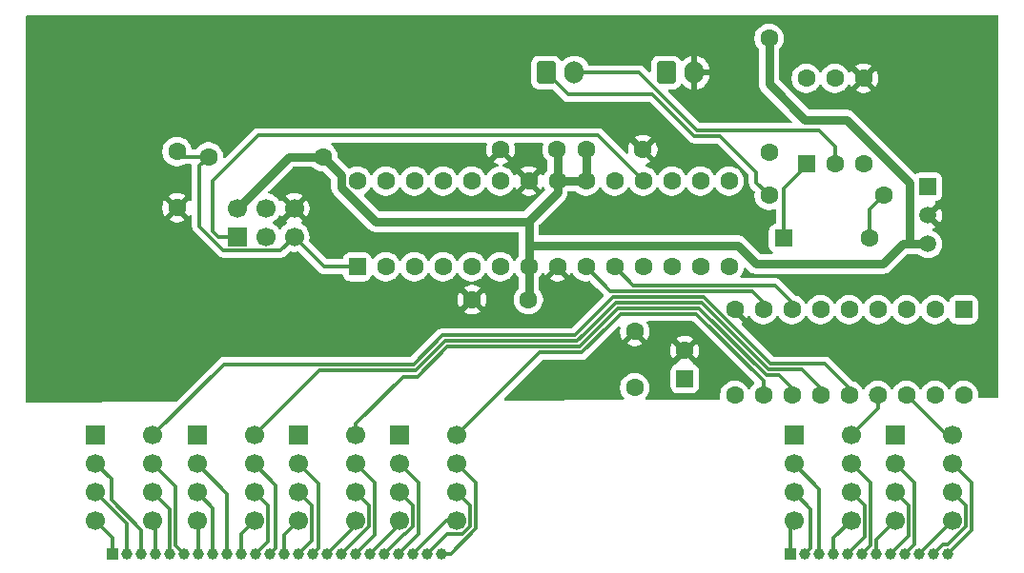
<source format=gtl>
G04 #@! TF.GenerationSoftware,KiCad,Pcbnew,9.0.5*
G04 #@! TF.CreationDate,2025-10-26T11:27:19+01:00*
G04 #@! TF.ProjectId,rec_play_switch_module,7265635f-706c-4617-995f-737769746368,rev?*
G04 #@! TF.SameCoordinates,Original*
G04 #@! TF.FileFunction,Copper,L1,Top*
G04 #@! TF.FilePolarity,Positive*
%FSLAX46Y46*%
G04 Gerber Fmt 4.6, Leading zero omitted, Abs format (unit mm)*
G04 Created by KiCad (PCBNEW 9.0.5) date 2025-10-26 11:27:19*
%MOMM*%
%LPD*%
G01*
G04 APERTURE LIST*
G04 Aperture macros list*
%AMRoundRect*
0 Rectangle with rounded corners*
0 $1 Rounding radius*
0 $2 $3 $4 $5 $6 $7 $8 $9 X,Y pos of 4 corners*
0 Add a 4 corners polygon primitive as box body*
4,1,4,$2,$3,$4,$5,$6,$7,$8,$9,$2,$3,0*
0 Add four circle primitives for the rounded corners*
1,1,$1+$1,$2,$3*
1,1,$1+$1,$4,$5*
1,1,$1+$1,$6,$7*
1,1,$1+$1,$8,$9*
0 Add four rect primitives between the rounded corners*
20,1,$1+$1,$2,$3,$4,$5,0*
20,1,$1+$1,$4,$5,$6,$7,0*
20,1,$1+$1,$6,$7,$8,$9,0*
20,1,$1+$1,$8,$9,$2,$3,0*%
G04 Aperture macros list end*
G04 #@! TA.AperFunction,ComponentPad*
%ADD10C,1.600000*%
G04 #@! TD*
G04 #@! TA.AperFunction,ComponentPad*
%ADD11R,1.000000X1.000000*%
G04 #@! TD*
G04 #@! TA.AperFunction,ComponentPad*
%ADD12C,1.000000*%
G04 #@! TD*
G04 #@! TA.AperFunction,ComponentPad*
%ADD13RoundRect,0.250000X-0.550000X0.550000X-0.550000X-0.550000X0.550000X-0.550000X0.550000X0.550000X0*%
G04 #@! TD*
G04 #@! TA.AperFunction,ComponentPad*
%ADD14RoundRect,0.250000X-0.600000X-0.750000X0.600000X-0.750000X0.600000X0.750000X-0.600000X0.750000X0*%
G04 #@! TD*
G04 #@! TA.AperFunction,ComponentPad*
%ADD15O,1.700000X2.000000*%
G04 #@! TD*
G04 #@! TA.AperFunction,ComponentPad*
%ADD16R,1.700000X1.700000*%
G04 #@! TD*
G04 #@! TA.AperFunction,ComponentPad*
%ADD17C,1.700000*%
G04 #@! TD*
G04 #@! TA.AperFunction,ComponentPad*
%ADD18RoundRect,0.250000X0.550000X-0.550000X0.550000X0.550000X-0.550000X0.550000X-0.550000X-0.550000X0*%
G04 #@! TD*
G04 #@! TA.AperFunction,ComponentPad*
%ADD19RoundRect,0.250000X-0.550000X-0.550000X0.550000X-0.550000X0.550000X0.550000X-0.550000X0.550000X0*%
G04 #@! TD*
G04 #@! TA.AperFunction,ComponentPad*
%ADD20R,1.500000X1.500000*%
G04 #@! TD*
G04 #@! TA.AperFunction,ComponentPad*
%ADD21C,1.500000*%
G04 #@! TD*
G04 #@! TA.AperFunction,Conductor*
%ADD22C,0.300000*%
G04 #@! TD*
G04 #@! TA.AperFunction,Conductor*
%ADD23C,0.800000*%
G04 #@! TD*
G04 APERTURE END LIST*
D10*
X167426000Y-67945000D03*
X172426000Y-67945000D03*
X141224000Y-59777000D03*
X141224000Y-54777000D03*
D11*
X195723000Y-90551000D03*
D12*
X196993000Y-90551000D03*
X198263000Y-90551000D03*
X199533000Y-90551000D03*
X200803000Y-90551000D03*
X202073000Y-90551000D03*
X203343000Y-90551000D03*
X204613000Y-90551000D03*
X205883000Y-90551000D03*
X207153000Y-90551000D03*
X208423000Y-90551000D03*
X209693000Y-90551000D03*
D13*
X211074000Y-68834000D03*
D10*
X208534000Y-68834000D03*
X205994000Y-68834000D03*
X203454000Y-68834000D03*
X200914000Y-68834000D03*
X198374000Y-68834000D03*
X195834000Y-68834000D03*
X193294000Y-68834000D03*
X190754000Y-68834000D03*
X190754000Y-76454000D03*
X193294000Y-76454000D03*
X195834000Y-76454000D03*
X198374000Y-76454000D03*
X200914000Y-76454000D03*
X203454000Y-76454000D03*
X205994000Y-76454000D03*
X208534000Y-76454000D03*
X211074000Y-76454000D03*
D14*
X184658000Y-47752000D03*
D15*
X187158000Y-47752000D03*
D16*
X161000000Y-80000000D03*
D17*
X161000000Y-82540000D03*
X161000000Y-85080000D03*
X161000000Y-87620000D03*
X166080000Y-87620000D03*
X166080000Y-85080000D03*
X166080000Y-82540000D03*
X166080000Y-80000000D03*
D14*
X174010000Y-47760400D03*
D15*
X176510000Y-47760400D03*
D10*
X144018000Y-55245000D03*
X154178000Y-55245000D03*
D16*
X152000000Y-80000000D03*
D17*
X152000000Y-82540000D03*
X152000000Y-85080000D03*
X152000000Y-87620000D03*
X157080000Y-87620000D03*
X157080000Y-85080000D03*
X157080000Y-82540000D03*
X157080000Y-80000000D03*
D10*
X177586000Y-54610000D03*
X182586000Y-54610000D03*
D18*
X157226000Y-65019000D03*
D10*
X159766000Y-65019000D03*
X162306000Y-65019000D03*
X164846000Y-65019000D03*
X167386000Y-65019000D03*
X169926000Y-65019000D03*
X172466000Y-65019000D03*
X175006000Y-65019000D03*
X177546000Y-65019000D03*
X180086000Y-65019000D03*
X182626000Y-65019000D03*
X185166000Y-65019000D03*
X187706000Y-65019000D03*
X190246000Y-65019000D03*
X190246000Y-57399000D03*
X187706000Y-57399000D03*
X185166000Y-57399000D03*
X182626000Y-57399000D03*
X180086000Y-57399000D03*
X177546000Y-57399000D03*
X175006000Y-57399000D03*
X172466000Y-57399000D03*
X169926000Y-57399000D03*
X167386000Y-57399000D03*
X164846000Y-57399000D03*
X162306000Y-57399000D03*
X159766000Y-57399000D03*
X157226000Y-57399000D03*
D16*
X134000000Y-80000000D03*
D17*
X134000000Y-82540000D03*
X134000000Y-85080000D03*
X134000000Y-87620000D03*
X139080000Y-87620000D03*
X139080000Y-85080000D03*
X139080000Y-82540000D03*
X139080000Y-80000000D03*
D11*
X135509000Y-90551000D03*
D12*
X136779000Y-90551000D03*
X138049000Y-90551000D03*
X139319000Y-90551000D03*
X140589000Y-90551000D03*
X141859000Y-90551000D03*
X143129000Y-90551000D03*
X144399000Y-90551000D03*
X145669000Y-90551000D03*
X146939000Y-90551000D03*
X148209000Y-90551000D03*
X149479000Y-90551000D03*
X150749000Y-90551000D03*
X152019000Y-90551000D03*
X153289000Y-90551000D03*
X154559000Y-90551000D03*
X155829000Y-90551000D03*
X157099000Y-90551000D03*
X158369000Y-90551000D03*
X159639000Y-90551000D03*
X160909000Y-90551000D03*
X162179000Y-90551000D03*
X163449000Y-90551000D03*
X164719000Y-90551000D03*
D10*
X203962000Y-58674000D03*
X193802000Y-58674000D03*
D16*
X143000000Y-80000000D03*
D17*
X143000000Y-82540000D03*
X143000000Y-85080000D03*
X143000000Y-87620000D03*
X148080000Y-87620000D03*
X148080000Y-85080000D03*
X148080000Y-82540000D03*
X148080000Y-80000000D03*
D16*
X205000000Y-80000000D03*
D17*
X205000000Y-82540000D03*
X205000000Y-85080000D03*
X205000000Y-87620000D03*
X210080000Y-87620000D03*
X210080000Y-85080000D03*
X210080000Y-82540000D03*
X210080000Y-80000000D03*
D10*
X193802000Y-44704000D03*
X193802000Y-54864000D03*
D18*
X197104000Y-55880000D03*
D10*
X199644000Y-55880000D03*
X202184000Y-55880000D03*
X202184000Y-48260000D03*
X199644000Y-48260000D03*
X197104000Y-48260000D03*
D19*
X195072000Y-62484000D03*
D10*
X202692000Y-62484000D03*
D16*
X146558000Y-62362000D03*
D17*
X149098000Y-62362000D03*
X151638000Y-62362000D03*
X151638000Y-59822000D03*
X149098000Y-59822000D03*
X146558000Y-59822000D03*
D10*
X181864000Y-75779000D03*
X181864000Y-70779000D03*
D20*
X207912500Y-57912000D03*
D21*
X207912500Y-60452000D03*
X207912500Y-62992000D03*
D10*
X174966000Y-54610000D03*
X169966000Y-54610000D03*
D18*
X186309000Y-74992113D03*
D10*
X186309000Y-72492113D03*
D16*
X196000000Y-80000000D03*
D17*
X196000000Y-82540000D03*
X196000000Y-85080000D03*
X196000000Y-87620000D03*
X201080000Y-87620000D03*
X201080000Y-85080000D03*
X201080000Y-82540000D03*
X201080000Y-80000000D03*
D22*
X209274000Y-89700000D02*
X209698471Y-89700000D01*
X208423000Y-90551000D02*
X209274000Y-89700000D01*
X211281000Y-86281000D02*
X210080000Y-85080000D01*
X211281000Y-88117471D02*
X211281000Y-86281000D01*
X209698471Y-89700000D02*
X211281000Y-88117471D01*
X199533000Y-90551000D02*
X199533000Y-89167000D01*
X199533000Y-89167000D02*
X201080000Y-87620000D01*
X202782000Y-84242000D02*
X201080000Y-82540000D01*
X202782000Y-89842000D02*
X202782000Y-84242000D01*
X202073000Y-90551000D02*
X202782000Y-89842000D01*
X211782000Y-84242000D02*
X210080000Y-82540000D01*
X209693000Y-90551000D02*
X211782000Y-88462000D01*
X211782000Y-88462000D02*
X211782000Y-84242000D01*
X202281000Y-86281000D02*
X201080000Y-85080000D01*
X202281000Y-89073000D02*
X202281000Y-86281000D01*
X200803000Y-90551000D02*
X202281000Y-89073000D01*
X210080000Y-87624000D02*
X210080000Y-87620000D01*
X207153000Y-90551000D02*
X210080000Y-87624000D01*
X162201000Y-86281000D02*
X161000000Y-85080000D01*
X161497471Y-88821000D02*
X162201000Y-88117471D01*
X162201000Y-88117471D02*
X162201000Y-86281000D01*
X159639000Y-90551000D02*
X161369000Y-88821000D01*
X161369000Y-88821000D02*
X161497471Y-88821000D01*
X162702000Y-88758000D02*
X162702000Y-84242000D01*
X160909000Y-90551000D02*
X162702000Y-88758000D01*
X162702000Y-84242000D02*
X161000000Y-82540000D01*
X152019000Y-90551000D02*
X153201000Y-89369000D01*
X153201000Y-86281000D02*
X152000000Y-85080000D01*
X153201000Y-89369000D02*
X153201000Y-86281000D01*
X150749000Y-88871000D02*
X152000000Y-87620000D01*
X150749000Y-90551000D02*
X150749000Y-88871000D01*
X158369000Y-90551000D02*
X161000000Y-87920000D01*
X161000000Y-87920000D02*
X161000000Y-87620000D01*
X153788999Y-90051001D02*
X153788999Y-84328999D01*
X153788999Y-84328999D02*
X152000000Y-82540000D01*
X153289000Y-90551000D02*
X153788999Y-90051001D01*
X197492999Y-86572999D02*
X196000000Y-85080000D01*
X196993000Y-90551000D02*
X197492999Y-90051001D01*
X197492999Y-90051001D02*
X197492999Y-86572999D01*
X206201000Y-86281000D02*
X205000000Y-85080000D01*
X204613000Y-90551000D02*
X206201000Y-88963000D01*
X206201000Y-88963000D02*
X206201000Y-86281000D01*
X195723000Y-87897000D02*
X196000000Y-87620000D01*
X195723000Y-90551000D02*
X195723000Y-87897000D01*
X198263000Y-90551000D02*
X198263000Y-84803000D01*
X198263000Y-84803000D02*
X196000000Y-82540000D01*
X203343000Y-90551000D02*
X203343000Y-89277000D01*
X203343000Y-89277000D02*
X205000000Y-87620000D01*
X206702000Y-89732000D02*
X206702000Y-84242000D01*
X205883000Y-90551000D02*
X206702000Y-89732000D01*
X206702000Y-84242000D02*
X205000000Y-82540000D01*
X139319000Y-87859000D02*
X139080000Y-87620000D01*
X139319000Y-90551000D02*
X139319000Y-87859000D01*
X141090000Y-89782000D02*
X141090000Y-84550000D01*
X141090000Y-84550000D02*
X139080000Y-82540000D01*
X141859000Y-90551000D02*
X141090000Y-89782000D01*
X149978999Y-90051001D02*
X149978999Y-84438999D01*
X149978999Y-84438999D02*
X148080000Y-82540000D01*
X149479000Y-90551000D02*
X149978999Y-90051001D01*
X148209000Y-90551000D02*
X149281000Y-89479000D01*
X149281000Y-89479000D02*
X149281000Y-86281000D01*
X149281000Y-86281000D02*
X148080000Y-85080000D01*
X146939000Y-88761000D02*
X148080000Y-87620000D01*
X146939000Y-90551000D02*
X146939000Y-88761000D01*
X165179000Y-88821000D02*
X166577471Y-88821000D01*
X166577471Y-88821000D02*
X167281000Y-88117471D01*
X167281000Y-88117471D02*
X167281000Y-86281000D01*
X163449000Y-90551000D02*
X165179000Y-88821000D01*
X167281000Y-86281000D02*
X166080000Y-85080000D01*
X158281000Y-88117471D02*
X158281000Y-86281000D01*
X155847471Y-90551000D02*
X158281000Y-88117471D01*
X158281000Y-86281000D02*
X157080000Y-85080000D01*
X155829000Y-90551000D02*
X155847471Y-90551000D01*
X162179000Y-90551000D02*
X165110000Y-87620000D01*
X165110000Y-87620000D02*
X166080000Y-87620000D01*
X154559000Y-90551000D02*
X157080000Y-88030000D01*
X157080000Y-88030000D02*
X157080000Y-87620000D01*
X158782000Y-84242000D02*
X157080000Y-82540000D01*
X158782000Y-88868000D02*
X158782000Y-84242000D01*
X157099000Y-90551000D02*
X158782000Y-88868000D01*
X167782000Y-88324992D02*
X167782000Y-84242000D01*
X167782000Y-84242000D02*
X166080000Y-82540000D01*
X164719000Y-90551000D02*
X165555991Y-90551000D01*
X165555991Y-90551000D02*
X167782000Y-88324992D01*
X145669000Y-85209000D02*
X143000000Y-82540000D01*
X145669000Y-90551000D02*
X145669000Y-85209000D01*
X144399000Y-90551000D02*
X144399000Y-86479000D01*
X144399000Y-86479000D02*
X143000000Y-85080000D01*
X135509000Y-90551000D02*
X135509000Y-89129000D01*
X135509000Y-89129000D02*
X134000000Y-87620000D01*
X143129000Y-90551000D02*
X143129000Y-87749000D01*
X143129000Y-87749000D02*
X143000000Y-87620000D01*
X136779000Y-87859000D02*
X134000000Y-85080000D01*
X136779000Y-90551000D02*
X136779000Y-87859000D01*
X138049000Y-88420480D02*
X135382000Y-85753480D01*
X135382000Y-85753480D02*
X135382000Y-83922000D01*
X138049000Y-90551000D02*
X138049000Y-88420480D01*
X135382000Y-83922000D02*
X134000000Y-82540000D01*
X195072000Y-58039000D02*
X195072000Y-62484000D01*
X197104000Y-56007000D02*
X195072000Y-58039000D01*
X197104000Y-55880000D02*
X197104000Y-56007000D01*
X202692000Y-62484000D02*
X202692000Y-59944000D01*
X202692000Y-59944000D02*
X203962000Y-58674000D01*
X182235160Y-47760400D02*
X187382960Y-52908200D01*
X176510000Y-47760400D02*
X182235160Y-47760400D01*
X198196200Y-52908200D02*
X199644000Y-54356000D01*
X199644000Y-54356000D02*
X199644000Y-55880000D01*
X195453000Y-52908200D02*
X198196200Y-52908200D01*
X187382960Y-52908200D02*
X195453000Y-52908200D01*
X206629000Y-76454000D02*
X205994000Y-76454000D01*
X205994000Y-76454000D02*
X209540000Y-80000000D01*
X209540000Y-80000000D02*
X210080000Y-80000000D01*
X201080000Y-80000000D02*
X203454000Y-77626000D01*
X202819000Y-76454000D02*
X203454000Y-76454000D01*
X203454000Y-77626000D02*
X203454000Y-76454000D01*
X193294000Y-75184000D02*
X193294000Y-76454000D01*
X173443000Y-72637000D02*
X177182020Y-72637000D01*
X180594001Y-69215000D02*
X187325000Y-69215000D01*
X187325000Y-69215000D02*
X193294000Y-75184000D01*
X177182020Y-72637000D02*
X179578000Y-70241020D01*
X179578000Y-70241020D02*
X179578000Y-70230999D01*
X179578000Y-70230999D02*
X180594001Y-69215000D01*
X166080000Y-80000000D02*
X173443000Y-72637000D01*
X194683000Y-74668000D02*
X195834000Y-75819000D01*
X179077000Y-70023480D02*
X179370479Y-69730000D01*
X161290000Y-74803000D02*
X162560000Y-74803000D01*
X195834000Y-75819000D02*
X195834000Y-76454000D01*
X179370479Y-69730000D02*
X180386480Y-68714000D01*
X162560000Y-74803000D02*
X165227000Y-72136000D01*
X187586000Y-68714000D02*
X193540000Y-74668000D01*
X193540000Y-74668000D02*
X194683000Y-74668000D01*
X157080000Y-79013000D02*
X161290000Y-74803000D01*
X179077000Y-70033500D02*
X179077000Y-70023480D01*
X180386480Y-68714000D02*
X187586000Y-68714000D01*
X157080000Y-80000000D02*
X157080000Y-79013000D01*
X165227000Y-72136000D02*
X176974500Y-72136000D01*
X176974500Y-72136000D02*
X179077000Y-70033500D01*
X162249620Y-73691140D02*
X164806760Y-71134000D01*
X164806760Y-71134000D02*
X176549434Y-71134000D01*
X188001042Y-67712000D02*
X193949042Y-73660000D01*
X139080000Y-80000000D02*
X145388860Y-73691140D01*
X200914000Y-75819000D02*
X200914000Y-76454000D01*
X193949042Y-73660000D02*
X198755000Y-73660000D01*
X198755000Y-73660000D02*
X200914000Y-75819000D01*
X145388860Y-73691140D02*
X162249620Y-73691140D01*
X176549434Y-71134000D02*
X179971440Y-67712000D01*
X179971440Y-67712000D02*
X188001042Y-67712000D01*
X140589000Y-86589000D02*
X139080000Y-85080000D01*
X140589000Y-90551000D02*
X140589000Y-86589000D01*
X192278000Y-67183000D02*
X193294000Y-68199000D01*
X179710000Y-67183000D02*
X192278000Y-67183000D01*
X193294000Y-68199000D02*
X193294000Y-68834000D01*
X177546000Y-65019000D02*
X179710000Y-67183000D01*
X194310000Y-66675000D02*
X195834000Y-68199000D01*
X195834000Y-68199000D02*
X195834000Y-68834000D01*
X180086000Y-65019000D02*
X181742000Y-66675000D01*
X181742000Y-66675000D02*
X194310000Y-66675000D01*
D23*
X191008000Y-63119000D02*
X172466000Y-63119000D01*
X172466000Y-67905000D02*
X172426000Y-67945000D01*
X203911000Y-64770000D02*
X192659000Y-64770000D01*
X155825000Y-56892000D02*
X154178000Y-55245000D01*
X206248000Y-62992000D02*
X205689000Y-62992000D01*
X158859767Y-61014081D02*
X155825000Y-57979314D01*
X175006000Y-57399000D02*
X177546000Y-57399000D01*
X175006000Y-57399000D02*
X175006000Y-58420000D01*
X177546000Y-57399000D02*
X177546000Y-54650000D01*
X177546000Y-54650000D02*
X177586000Y-54610000D01*
X154178000Y-55245000D02*
X151135000Y-55245000D01*
X172466000Y-61068162D02*
X172411919Y-61014081D01*
X172466000Y-63119000D02*
X172466000Y-61068162D01*
X193802000Y-48768000D02*
X196977000Y-51943000D01*
X172466000Y-63119000D02*
X172466000Y-63627000D01*
X175006000Y-58420000D02*
X172411919Y-61014081D01*
X207912500Y-62992000D02*
X206248000Y-62992000D01*
X175006000Y-54650000D02*
X174966000Y-54610000D01*
X200660000Y-51943000D02*
X206248000Y-57531000D01*
X172411919Y-61014081D02*
X158859767Y-61014081D01*
X206248000Y-57531000D02*
X206248000Y-62992000D01*
X172466000Y-65019000D02*
X172466000Y-67905000D01*
X172466000Y-65019000D02*
X172466000Y-63627000D01*
X193802000Y-44704000D02*
X193802000Y-48768000D01*
X205689000Y-62992000D02*
X203911000Y-64770000D01*
X192659000Y-64770000D02*
X191008000Y-63119000D01*
X155825000Y-57979314D02*
X155825000Y-56892000D01*
X196977000Y-51943000D02*
X200660000Y-51943000D01*
X151135000Y-55245000D02*
X146558000Y-59822000D01*
X175006000Y-57399000D02*
X175006000Y-54650000D01*
D22*
X196723000Y-74168000D02*
X198374000Y-75819000D01*
X198374000Y-75819000D02*
X198374000Y-76454000D01*
X180178960Y-68213000D02*
X187793520Y-68213000D01*
X153887860Y-74192140D02*
X162457140Y-74192140D01*
X187793520Y-68213000D02*
X190366000Y-70785482D01*
X177372518Y-71019436D02*
X180178960Y-68213000D01*
X148080000Y-80000000D02*
X153887860Y-74192140D01*
X162457140Y-74192140D02*
X165014280Y-71635000D01*
X190366000Y-70785482D02*
X193748518Y-74168000D01*
X193748518Y-74168000D02*
X196723000Y-74168000D01*
X176756955Y-71635000D02*
X177372518Y-71019436D01*
X165014280Y-71635000D02*
X176756955Y-71635000D01*
X174010000Y-47760400D02*
X175939780Y-49690180D01*
X175939780Y-49690180D02*
X183456420Y-49690180D01*
X192651000Y-56601600D02*
X192651000Y-57523000D01*
X187175440Y-53409200D02*
X189458600Y-53409200D01*
X183456420Y-49690180D02*
X187175440Y-53409200D01*
X192651000Y-57523000D02*
X193802000Y-58674000D01*
X189458600Y-53409200D02*
X192651000Y-56601600D01*
X144018000Y-55245000D02*
X141692000Y-55245000D01*
X157226000Y-65019000D02*
X154295000Y-65019000D01*
X143218001Y-56044999D02*
X143218001Y-61424001D01*
X144018000Y-55245000D02*
X143218001Y-56044999D01*
X150437000Y-63563000D02*
X151638000Y-62362000D01*
X145357000Y-63563000D02*
X150437000Y-63563000D01*
X151638000Y-62362000D02*
X154295000Y-65019000D01*
X141692000Y-55245000D02*
X141224000Y-54777000D01*
X143218001Y-61424001D02*
X145357000Y-63563000D01*
X178567000Y-53340000D02*
X148463000Y-53340000D01*
X144912000Y-62362000D02*
X146558000Y-62362000D01*
X144399000Y-57404000D02*
X144399000Y-61849000D01*
X148463000Y-53340000D02*
X144399000Y-57404000D01*
X182626000Y-57399000D02*
X178567000Y-53340000D01*
X144399000Y-61849000D02*
X144912000Y-62362000D01*
G04 #@! TA.AperFunction,Conductor*
G36*
X214067539Y-42638185D02*
G01*
X214113294Y-42690989D01*
X214124500Y-42742500D01*
X214124500Y-76585120D01*
X214104815Y-76652159D01*
X214052011Y-76697914D01*
X214001060Y-76709119D01*
X212494970Y-76715925D01*
X212427843Y-76696543D01*
X212381850Y-76643947D01*
X212371594Y-76574834D01*
X212371911Y-76572695D01*
X212374500Y-76556352D01*
X212374500Y-76351648D01*
X212365150Y-76292613D01*
X212342477Y-76149465D01*
X212297412Y-76010770D01*
X212279220Y-75954781D01*
X212279218Y-75954778D01*
X212279218Y-75954776D01*
X212231662Y-75861444D01*
X212186287Y-75772390D01*
X212165742Y-75744112D01*
X212065971Y-75606786D01*
X211921213Y-75462028D01*
X211755613Y-75341715D01*
X211755612Y-75341714D01*
X211755610Y-75341713D01*
X211689988Y-75308277D01*
X211573223Y-75248781D01*
X211378534Y-75185522D01*
X211190728Y-75155777D01*
X211176352Y-75153500D01*
X210971648Y-75153500D01*
X210957272Y-75155777D01*
X210769465Y-75185522D01*
X210574776Y-75248781D01*
X210392386Y-75341715D01*
X210226786Y-75462028D01*
X210082028Y-75606786D01*
X209961715Y-75772386D01*
X209914485Y-75865080D01*
X209866510Y-75915876D01*
X209798689Y-75932671D01*
X209732554Y-75910134D01*
X209693515Y-75865080D01*
X209691662Y-75861444D01*
X209646287Y-75772390D01*
X209625742Y-75744112D01*
X209525971Y-75606786D01*
X209381213Y-75462028D01*
X209215613Y-75341715D01*
X209215612Y-75341714D01*
X209215610Y-75341713D01*
X209149988Y-75308277D01*
X209033223Y-75248781D01*
X208838534Y-75185522D01*
X208650728Y-75155777D01*
X208636352Y-75153500D01*
X208431648Y-75153500D01*
X208417272Y-75155777D01*
X208229465Y-75185522D01*
X208034776Y-75248781D01*
X207852386Y-75341715D01*
X207686786Y-75462028D01*
X207542028Y-75606786D01*
X207421715Y-75772386D01*
X207374485Y-75865080D01*
X207326510Y-75915876D01*
X207258689Y-75932671D01*
X207192554Y-75910134D01*
X207153515Y-75865080D01*
X207151662Y-75861444D01*
X207106287Y-75772390D01*
X207085742Y-75744112D01*
X206985971Y-75606786D01*
X206841213Y-75462028D01*
X206675613Y-75341715D01*
X206675612Y-75341714D01*
X206675610Y-75341713D01*
X206609988Y-75308277D01*
X206493223Y-75248781D01*
X206298534Y-75185522D01*
X206110728Y-75155777D01*
X206096352Y-75153500D01*
X205891648Y-75153500D01*
X205877272Y-75155777D01*
X205689465Y-75185522D01*
X205494776Y-75248781D01*
X205312386Y-75341715D01*
X205146786Y-75462028D01*
X205002028Y-75606786D01*
X204881715Y-75772386D01*
X204834485Y-75865080D01*
X204786510Y-75915876D01*
X204718689Y-75932671D01*
X204652554Y-75910134D01*
X204613515Y-75865080D01*
X204611662Y-75861444D01*
X204566287Y-75772390D01*
X204545742Y-75744112D01*
X204445971Y-75606786D01*
X204301213Y-75462028D01*
X204135613Y-75341715D01*
X204135612Y-75341714D01*
X204135610Y-75341713D01*
X204069988Y-75308277D01*
X203953223Y-75248781D01*
X203758534Y-75185522D01*
X203570728Y-75155777D01*
X203556352Y-75153500D01*
X203351648Y-75153500D01*
X203337272Y-75155777D01*
X203149465Y-75185522D01*
X202954776Y-75248781D01*
X202772386Y-75341715D01*
X202606786Y-75462028D01*
X202462028Y-75606786D01*
X202341715Y-75772386D01*
X202294485Y-75865080D01*
X202246510Y-75915876D01*
X202178689Y-75932671D01*
X202112554Y-75910134D01*
X202073515Y-75865080D01*
X202071662Y-75861444D01*
X202026287Y-75772390D01*
X202005742Y-75744112D01*
X201905971Y-75606786D01*
X201761213Y-75462028D01*
X201595613Y-75341715D01*
X201595612Y-75341714D01*
X201595610Y-75341713D01*
X201413219Y-75248780D01*
X201305119Y-75213656D01*
X201220086Y-75186027D01*
X201170723Y-75155777D01*
X199169674Y-73154727D01*
X199169673Y-73154726D01*
X199151043Y-73142278D01*
X199063127Y-73083535D01*
X199019922Y-73065639D01*
X198944744Y-73034499D01*
X198944738Y-73034497D01*
X198819071Y-73009500D01*
X198819069Y-73009500D01*
X194269850Y-73009500D01*
X194202811Y-72989815D01*
X194182169Y-72973181D01*
X191370211Y-70161223D01*
X191336726Y-70099900D01*
X191341710Y-70030208D01*
X191383582Y-69974275D01*
X191401598Y-69963057D01*
X191435346Y-69945861D01*
X191435347Y-69945861D01*
X191479921Y-69913474D01*
X190800447Y-69234000D01*
X190806661Y-69234000D01*
X190908394Y-69206741D01*
X190999606Y-69154080D01*
X191074080Y-69079606D01*
X191126741Y-68988394D01*
X191154000Y-68886661D01*
X191154000Y-68880447D01*
X191833474Y-69559921D01*
X191865861Y-69515347D01*
X191865861Y-69515346D01*
X191913234Y-69422371D01*
X191961208Y-69371575D01*
X192029028Y-69354779D01*
X192095164Y-69377316D01*
X192134203Y-69422369D01*
X192181713Y-69515611D01*
X192302028Y-69681213D01*
X192446786Y-69825971D01*
X192567226Y-69913474D01*
X192612390Y-69946287D01*
X192728607Y-70005503D01*
X192794776Y-70039218D01*
X192794778Y-70039218D01*
X192794781Y-70039220D01*
X192866079Y-70062386D01*
X192989465Y-70102477D01*
X193090557Y-70118488D01*
X193191648Y-70134500D01*
X193191649Y-70134500D01*
X193396351Y-70134500D01*
X193396352Y-70134500D01*
X193598534Y-70102477D01*
X193793219Y-70039220D01*
X193975610Y-69946287D01*
X194104482Y-69852657D01*
X194141213Y-69825971D01*
X194141215Y-69825968D01*
X194141219Y-69825966D01*
X194285966Y-69681219D01*
X194285968Y-69681215D01*
X194285971Y-69681213D01*
X194406284Y-69515614D01*
X194406286Y-69515611D01*
X194406287Y-69515610D01*
X194453516Y-69422917D01*
X194501489Y-69372123D01*
X194569310Y-69355328D01*
X194635445Y-69377865D01*
X194674483Y-69422917D01*
X194680139Y-69434016D01*
X194721715Y-69515614D01*
X194842028Y-69681213D01*
X194986786Y-69825971D01*
X195107226Y-69913474D01*
X195152390Y-69946287D01*
X195268607Y-70005503D01*
X195334776Y-70039218D01*
X195334778Y-70039218D01*
X195334781Y-70039220D01*
X195406079Y-70062386D01*
X195529465Y-70102477D01*
X195630557Y-70118488D01*
X195731648Y-70134500D01*
X195731649Y-70134500D01*
X195936351Y-70134500D01*
X195936352Y-70134500D01*
X196138534Y-70102477D01*
X196333219Y-70039220D01*
X196515610Y-69946287D01*
X196644482Y-69852657D01*
X196681213Y-69825971D01*
X196681215Y-69825968D01*
X196681219Y-69825966D01*
X196825966Y-69681219D01*
X196825968Y-69681215D01*
X196825971Y-69681213D01*
X196946284Y-69515614D01*
X196946286Y-69515611D01*
X196946287Y-69515610D01*
X196993516Y-69422917D01*
X197041489Y-69372123D01*
X197109310Y-69355328D01*
X197175445Y-69377865D01*
X197214483Y-69422917D01*
X197220139Y-69434016D01*
X197261715Y-69515614D01*
X197382028Y-69681213D01*
X197526786Y-69825971D01*
X197647226Y-69913474D01*
X197692390Y-69946287D01*
X197808607Y-70005503D01*
X197874776Y-70039218D01*
X197874778Y-70039218D01*
X197874781Y-70039220D01*
X197946079Y-70062386D01*
X198069465Y-70102477D01*
X198170557Y-70118488D01*
X198271648Y-70134500D01*
X198271649Y-70134500D01*
X198476351Y-70134500D01*
X198476352Y-70134500D01*
X198678534Y-70102477D01*
X198873219Y-70039220D01*
X199055610Y-69946287D01*
X199184482Y-69852657D01*
X199221213Y-69825971D01*
X199221215Y-69825968D01*
X199221219Y-69825966D01*
X199365966Y-69681219D01*
X199365968Y-69681215D01*
X199365971Y-69681213D01*
X199486284Y-69515614D01*
X199486286Y-69515611D01*
X199486287Y-69515610D01*
X199533516Y-69422917D01*
X199581489Y-69372123D01*
X199649310Y-69355328D01*
X199715445Y-69377865D01*
X199754483Y-69422917D01*
X199760139Y-69434016D01*
X199801715Y-69515614D01*
X199922028Y-69681213D01*
X200066786Y-69825971D01*
X200187226Y-69913474D01*
X200232390Y-69946287D01*
X200348607Y-70005503D01*
X200414776Y-70039218D01*
X200414778Y-70039218D01*
X200414781Y-70039220D01*
X200486079Y-70062386D01*
X200609465Y-70102477D01*
X200710557Y-70118488D01*
X200811648Y-70134500D01*
X200811649Y-70134500D01*
X201016351Y-70134500D01*
X201016352Y-70134500D01*
X201218534Y-70102477D01*
X201413219Y-70039220D01*
X201595610Y-69946287D01*
X201724482Y-69852657D01*
X201761213Y-69825971D01*
X201761215Y-69825968D01*
X201761219Y-69825966D01*
X201905966Y-69681219D01*
X201905968Y-69681215D01*
X201905971Y-69681213D01*
X202026284Y-69515614D01*
X202026286Y-69515611D01*
X202026287Y-69515610D01*
X202073516Y-69422917D01*
X202121489Y-69372123D01*
X202189310Y-69355328D01*
X202255445Y-69377865D01*
X202294483Y-69422917D01*
X202300139Y-69434016D01*
X202341715Y-69515614D01*
X202462028Y-69681213D01*
X202606786Y-69825971D01*
X202727226Y-69913474D01*
X202772390Y-69946287D01*
X202888607Y-70005503D01*
X202954776Y-70039218D01*
X202954778Y-70039218D01*
X202954781Y-70039220D01*
X203026079Y-70062386D01*
X203149465Y-70102477D01*
X203250557Y-70118488D01*
X203351648Y-70134500D01*
X203351649Y-70134500D01*
X203556351Y-70134500D01*
X203556352Y-70134500D01*
X203758534Y-70102477D01*
X203953219Y-70039220D01*
X204135610Y-69946287D01*
X204264482Y-69852657D01*
X204301213Y-69825971D01*
X204301215Y-69825968D01*
X204301219Y-69825966D01*
X204445966Y-69681219D01*
X204445968Y-69681215D01*
X204445971Y-69681213D01*
X204566284Y-69515614D01*
X204566286Y-69515611D01*
X204566287Y-69515610D01*
X204613516Y-69422917D01*
X204661489Y-69372123D01*
X204729310Y-69355328D01*
X204795445Y-69377865D01*
X204834483Y-69422917D01*
X204840139Y-69434016D01*
X204881715Y-69515614D01*
X205002028Y-69681213D01*
X205146786Y-69825971D01*
X205267226Y-69913474D01*
X205312390Y-69946287D01*
X205428607Y-70005503D01*
X205494776Y-70039218D01*
X205494778Y-70039218D01*
X205494781Y-70039220D01*
X205566079Y-70062386D01*
X205689465Y-70102477D01*
X205790557Y-70118488D01*
X205891648Y-70134500D01*
X205891649Y-70134500D01*
X206096351Y-70134500D01*
X206096352Y-70134500D01*
X206298534Y-70102477D01*
X206493219Y-70039220D01*
X206675610Y-69946287D01*
X206804482Y-69852657D01*
X206841213Y-69825971D01*
X206841215Y-69825968D01*
X206841219Y-69825966D01*
X206985966Y-69681219D01*
X206985968Y-69681215D01*
X206985971Y-69681213D01*
X207106284Y-69515614D01*
X207106286Y-69515611D01*
X207106287Y-69515610D01*
X207153516Y-69422917D01*
X207201489Y-69372123D01*
X207269310Y-69355328D01*
X207335445Y-69377865D01*
X207374483Y-69422917D01*
X207380139Y-69434016D01*
X207421715Y-69515614D01*
X207542028Y-69681213D01*
X207686786Y-69825971D01*
X207807226Y-69913474D01*
X207852390Y-69946287D01*
X207968607Y-70005503D01*
X208034776Y-70039218D01*
X208034778Y-70039218D01*
X208034781Y-70039220D01*
X208106079Y-70062386D01*
X208229465Y-70102477D01*
X208330557Y-70118488D01*
X208431648Y-70134500D01*
X208431649Y-70134500D01*
X208636351Y-70134500D01*
X208636352Y-70134500D01*
X208838534Y-70102477D01*
X209033219Y-70039220D01*
X209215610Y-69946287D01*
X209344482Y-69852657D01*
X209381213Y-69825971D01*
X209381215Y-69825968D01*
X209381219Y-69825966D01*
X209525966Y-69681219D01*
X209594021Y-69587547D01*
X209649349Y-69544882D01*
X209718963Y-69538902D01*
X209780758Y-69571507D01*
X209812044Y-69621427D01*
X209839186Y-69703334D01*
X209931288Y-69852656D01*
X210055344Y-69976712D01*
X210204666Y-70068814D01*
X210371203Y-70123999D01*
X210473991Y-70134500D01*
X211674008Y-70134499D01*
X211776797Y-70123999D01*
X211943334Y-70068814D01*
X212092656Y-69976712D01*
X212216712Y-69852656D01*
X212308814Y-69703334D01*
X212363999Y-69536797D01*
X212374500Y-69434009D01*
X212374499Y-68233992D01*
X212363999Y-68131203D01*
X212308814Y-67964666D01*
X212216712Y-67815344D01*
X212092656Y-67691288D01*
X211943334Y-67599186D01*
X211776797Y-67544001D01*
X211776795Y-67544000D01*
X211674010Y-67533500D01*
X210473998Y-67533500D01*
X210473981Y-67533501D01*
X210371203Y-67544000D01*
X210371200Y-67544001D01*
X210204668Y-67599185D01*
X210204663Y-67599187D01*
X210055342Y-67691289D01*
X209931289Y-67815342D01*
X209839187Y-67964663D01*
X209839186Y-67964666D01*
X209812045Y-68046571D01*
X209772271Y-68104016D01*
X209707755Y-68130838D01*
X209638979Y-68118522D01*
X209594021Y-68080452D01*
X209525966Y-67986781D01*
X209381219Y-67842034D01*
X209381213Y-67842028D01*
X209215613Y-67721715D01*
X209215612Y-67721714D01*
X209215610Y-67721713D01*
X209155898Y-67691288D01*
X209033223Y-67628781D01*
X208838534Y-67565522D01*
X208650728Y-67535777D01*
X208636352Y-67533500D01*
X208431648Y-67533500D01*
X208417272Y-67535777D01*
X208229465Y-67565522D01*
X208034776Y-67628781D01*
X207852386Y-67721715D01*
X207686786Y-67842028D01*
X207542028Y-67986786D01*
X207421715Y-68152386D01*
X207374485Y-68245080D01*
X207326510Y-68295876D01*
X207258689Y-68312671D01*
X207192554Y-68290134D01*
X207153515Y-68245080D01*
X207146572Y-68231454D01*
X207106287Y-68152390D01*
X207081681Y-68118522D01*
X206985971Y-67986786D01*
X206841213Y-67842028D01*
X206675613Y-67721715D01*
X206675612Y-67721714D01*
X206675610Y-67721713D01*
X206615898Y-67691288D01*
X206493223Y-67628781D01*
X206298534Y-67565522D01*
X206110728Y-67535777D01*
X206096352Y-67533500D01*
X205891648Y-67533500D01*
X205877272Y-67535777D01*
X205689465Y-67565522D01*
X205494776Y-67628781D01*
X205312386Y-67721715D01*
X205146786Y-67842028D01*
X205002028Y-67986786D01*
X204881715Y-68152386D01*
X204834485Y-68245080D01*
X204786510Y-68295876D01*
X204718689Y-68312671D01*
X204652554Y-68290134D01*
X204613515Y-68245080D01*
X204606572Y-68231454D01*
X204566287Y-68152390D01*
X204541681Y-68118522D01*
X204445971Y-67986786D01*
X204301213Y-67842028D01*
X204135613Y-67721715D01*
X204135612Y-67721714D01*
X204135610Y-67721713D01*
X204075898Y-67691288D01*
X203953223Y-67628781D01*
X203758534Y-67565522D01*
X203570728Y-67535777D01*
X203556352Y-67533500D01*
X203351648Y-67533500D01*
X203337272Y-67535777D01*
X203149465Y-67565522D01*
X202954776Y-67628781D01*
X202772386Y-67721715D01*
X202606786Y-67842028D01*
X202462028Y-67986786D01*
X202341715Y-68152386D01*
X202294485Y-68245080D01*
X202246510Y-68295876D01*
X202178689Y-68312671D01*
X202112554Y-68290134D01*
X202073515Y-68245080D01*
X202066572Y-68231454D01*
X202026287Y-68152390D01*
X202001681Y-68118522D01*
X201905971Y-67986786D01*
X201761213Y-67842028D01*
X201595613Y-67721715D01*
X201595612Y-67721714D01*
X201595610Y-67721713D01*
X201535898Y-67691288D01*
X201413223Y-67628781D01*
X201218534Y-67565522D01*
X201030728Y-67535777D01*
X201016352Y-67533500D01*
X200811648Y-67533500D01*
X200797272Y-67535777D01*
X200609465Y-67565522D01*
X200414776Y-67628781D01*
X200232386Y-67721715D01*
X200066786Y-67842028D01*
X199922028Y-67986786D01*
X199801715Y-68152386D01*
X199754485Y-68245080D01*
X199706510Y-68295876D01*
X199638689Y-68312671D01*
X199572554Y-68290134D01*
X199533515Y-68245080D01*
X199526572Y-68231454D01*
X199486287Y-68152390D01*
X199461681Y-68118522D01*
X199365971Y-67986786D01*
X199221213Y-67842028D01*
X199055613Y-67721715D01*
X199055612Y-67721714D01*
X199055610Y-67721713D01*
X198995898Y-67691288D01*
X198873223Y-67628781D01*
X198678534Y-67565522D01*
X198490728Y-67535777D01*
X198476352Y-67533500D01*
X198271648Y-67533500D01*
X198257272Y-67535777D01*
X198069465Y-67565522D01*
X197874776Y-67628781D01*
X197692386Y-67721715D01*
X197526786Y-67842028D01*
X197382028Y-67986786D01*
X197261715Y-68152386D01*
X197214485Y-68245080D01*
X197166510Y-68295876D01*
X197098689Y-68312671D01*
X197032554Y-68290134D01*
X196993515Y-68245080D01*
X196986572Y-68231454D01*
X196946287Y-68152390D01*
X196921681Y-68118522D01*
X196825971Y-67986786D01*
X196681213Y-67842028D01*
X196515613Y-67721715D01*
X196515612Y-67721714D01*
X196515610Y-67721713D01*
X196333219Y-67628780D01*
X196218317Y-67591446D01*
X196140086Y-67566027D01*
X196090723Y-67535777D01*
X194724674Y-66169727D01*
X194724673Y-66169726D01*
X194724669Y-66169723D01*
X194618127Y-66098535D01*
X194499744Y-66049499D01*
X194499738Y-66049497D01*
X194374071Y-66024500D01*
X194374069Y-66024500D01*
X191366332Y-66024500D01*
X191299293Y-66004815D01*
X191253538Y-65952011D01*
X191243594Y-65882853D01*
X191266014Y-65827615D01*
X191311015Y-65765674D01*
X191358287Y-65700610D01*
X191451220Y-65518219D01*
X191514477Y-65323534D01*
X191534456Y-65197391D01*
X191564385Y-65134257D01*
X191623697Y-65097326D01*
X191693559Y-65098324D01*
X191744610Y-65129109D01*
X191959536Y-65344035D01*
X192028216Y-65412715D01*
X192084966Y-65469465D01*
X192232453Y-65568013D01*
X192280452Y-65587895D01*
X192396334Y-65635895D01*
X192565282Y-65669500D01*
X192570304Y-65670499D01*
X192570308Y-65670500D01*
X192570309Y-65670500D01*
X203999693Y-65670500D01*
X203999694Y-65670499D01*
X204173666Y-65635895D01*
X204271271Y-65595465D01*
X204337547Y-65568013D01*
X204425959Y-65508936D01*
X204485036Y-65469464D01*
X206025680Y-63928818D01*
X206087003Y-63895334D01*
X206113361Y-63892500D01*
X206159309Y-63892500D01*
X206336691Y-63892500D01*
X206993164Y-63892500D01*
X207060203Y-63912185D01*
X207080845Y-63928819D01*
X207097854Y-63945828D01*
X207257095Y-64061524D01*
X207324743Y-64095992D01*
X207432470Y-64150882D01*
X207432472Y-64150882D01*
X207432475Y-64150884D01*
X207532817Y-64183487D01*
X207619673Y-64211709D01*
X207814078Y-64242500D01*
X207814083Y-64242500D01*
X208010922Y-64242500D01*
X208205326Y-64211709D01*
X208276752Y-64188501D01*
X208392525Y-64150884D01*
X208394916Y-64149666D01*
X208414938Y-64139464D01*
X208567905Y-64061524D01*
X208727146Y-63945828D01*
X208866328Y-63806646D01*
X208982024Y-63647405D01*
X209071384Y-63472025D01*
X209132209Y-63284826D01*
X209147735Y-63186797D01*
X209163000Y-63090422D01*
X209163000Y-62893577D01*
X209132209Y-62699173D01*
X209071382Y-62511970D01*
X209024243Y-62419455D01*
X208982024Y-62336595D01*
X208866328Y-62177354D01*
X208727146Y-62038172D01*
X208567905Y-61922476D01*
X208392525Y-61833116D01*
X208392524Y-61833115D01*
X208390735Y-61832204D01*
X208339939Y-61784230D01*
X208323144Y-61716409D01*
X208345681Y-61650274D01*
X208390736Y-61611234D01*
X208567641Y-61521097D01*
X208602625Y-61495678D01*
X208602626Y-61495678D01*
X208041909Y-60934962D01*
X208105493Y-60917925D01*
X208219507Y-60852099D01*
X208312599Y-60759007D01*
X208378425Y-60644993D01*
X208395462Y-60581410D01*
X208956178Y-61142126D01*
X208956178Y-61142125D01*
X208981595Y-61107143D01*
X209070918Y-60931835D01*
X209131721Y-60744705D01*
X209162500Y-60550382D01*
X209162500Y-60353617D01*
X209131721Y-60159294D01*
X209070918Y-59972164D01*
X208981596Y-59796858D01*
X208956178Y-59761873D01*
X208956177Y-59761873D01*
X208395462Y-60322589D01*
X208378425Y-60259007D01*
X208312599Y-60144993D01*
X208219507Y-60051901D01*
X208105493Y-59986075D01*
X208041908Y-59969037D01*
X208602625Y-59408320D01*
X208602625Y-59408319D01*
X208573030Y-59386818D01*
X208530364Y-59331489D01*
X208524383Y-59261876D01*
X208556988Y-59200080D01*
X208617826Y-59165722D01*
X208645914Y-59162499D01*
X208710371Y-59162499D01*
X208710372Y-59162499D01*
X208769983Y-59156091D01*
X208904831Y-59105796D01*
X209020046Y-59019546D01*
X209106296Y-58904331D01*
X209156591Y-58769483D01*
X209163000Y-58709873D01*
X209162999Y-57114128D01*
X209156591Y-57054517D01*
X209146051Y-57026259D01*
X209106297Y-56919671D01*
X209106293Y-56919664D01*
X209020047Y-56804455D01*
X209020044Y-56804452D01*
X208904835Y-56718206D01*
X208904828Y-56718202D01*
X208769982Y-56667908D01*
X208769983Y-56667908D01*
X208710383Y-56661501D01*
X208710381Y-56661500D01*
X208710373Y-56661500D01*
X208710364Y-56661500D01*
X207114629Y-56661500D01*
X207114623Y-56661501D01*
X207055016Y-56667908D01*
X206920171Y-56718202D01*
X206920165Y-56718205D01*
X206885247Y-56744345D01*
X206819783Y-56768761D01*
X206751510Y-56753908D01*
X206723257Y-56732758D01*
X204017318Y-54026819D01*
X201234036Y-51243536D01*
X201234035Y-51243535D01*
X201234030Y-51243531D01*
X201179622Y-51207178D01*
X201179616Y-51207175D01*
X201174959Y-51204063D01*
X201086547Y-51144987D01*
X201004606Y-51111046D01*
X200922666Y-51077105D01*
X200922658Y-51077103D01*
X200748696Y-51042500D01*
X200748692Y-51042500D01*
X200748691Y-51042500D01*
X197401362Y-51042500D01*
X197334323Y-51022815D01*
X197313681Y-51006181D01*
X194738819Y-48431319D01*
X194724115Y-48404391D01*
X194707523Y-48378573D01*
X194706631Y-48372372D01*
X194705334Y-48369996D01*
X194702500Y-48343638D01*
X194702500Y-48157648D01*
X195803500Y-48157648D01*
X195803500Y-48362351D01*
X195835522Y-48564534D01*
X195898781Y-48759223D01*
X195948445Y-48856692D01*
X195991585Y-48941359D01*
X195991715Y-48941613D01*
X196112028Y-49107213D01*
X196256786Y-49251971D01*
X196411749Y-49364556D01*
X196422390Y-49372287D01*
X196538607Y-49431503D01*
X196604776Y-49465218D01*
X196604778Y-49465218D01*
X196604781Y-49465220D01*
X196709137Y-49499127D01*
X196799465Y-49528477D01*
X196900557Y-49544488D01*
X197001648Y-49560500D01*
X197001649Y-49560500D01*
X197206351Y-49560500D01*
X197206352Y-49560500D01*
X197408534Y-49528477D01*
X197603219Y-49465220D01*
X197785610Y-49372287D01*
X197878590Y-49304732D01*
X197951213Y-49251971D01*
X197951215Y-49251968D01*
X197951219Y-49251966D01*
X198095966Y-49107219D01*
X198095968Y-49107215D01*
X198095971Y-49107213D01*
X198216284Y-48941614D01*
X198216286Y-48941611D01*
X198216287Y-48941610D01*
X198263516Y-48848917D01*
X198311489Y-48798123D01*
X198379310Y-48781328D01*
X198445445Y-48803865D01*
X198484483Y-48848917D01*
X198526675Y-48931723D01*
X198531715Y-48941614D01*
X198652028Y-49107213D01*
X198796786Y-49251971D01*
X198951749Y-49364556D01*
X198962390Y-49372287D01*
X199078607Y-49431503D01*
X199144776Y-49465218D01*
X199144778Y-49465218D01*
X199144781Y-49465220D01*
X199249137Y-49499127D01*
X199339465Y-49528477D01*
X199440557Y-49544488D01*
X199541648Y-49560500D01*
X199541649Y-49560500D01*
X199746351Y-49560500D01*
X199746352Y-49560500D01*
X199948534Y-49528477D01*
X200143219Y-49465220D01*
X200325610Y-49372287D01*
X200418590Y-49304732D01*
X200491213Y-49251971D01*
X200491215Y-49251968D01*
X200491219Y-49251966D01*
X200635966Y-49107219D01*
X200635968Y-49107215D01*
X200635971Y-49107213D01*
X200756286Y-48941611D01*
X200756415Y-48941359D01*
X200803795Y-48848369D01*
X200851769Y-48797573D01*
X200919590Y-48780778D01*
X200985725Y-48803315D01*
X201024765Y-48848369D01*
X201072141Y-48941350D01*
X201072147Y-48941359D01*
X201104523Y-48985921D01*
X201104524Y-48985922D01*
X201784000Y-48306446D01*
X201784000Y-48312661D01*
X201811259Y-48414394D01*
X201863920Y-48505606D01*
X201938394Y-48580080D01*
X202029606Y-48632741D01*
X202131339Y-48660000D01*
X202137553Y-48660000D01*
X201458076Y-49339474D01*
X201502650Y-49371859D01*
X201684968Y-49464755D01*
X201879582Y-49527990D01*
X202081683Y-49560000D01*
X202286317Y-49560000D01*
X202488417Y-49527990D01*
X202683031Y-49464755D01*
X202865349Y-49371859D01*
X202909921Y-49339474D01*
X202230447Y-48660000D01*
X202236661Y-48660000D01*
X202338394Y-48632741D01*
X202429606Y-48580080D01*
X202504080Y-48505606D01*
X202556741Y-48414394D01*
X202584000Y-48312661D01*
X202584000Y-48306447D01*
X203263474Y-48985921D01*
X203295859Y-48941349D01*
X203388755Y-48759031D01*
X203451990Y-48564417D01*
X203484000Y-48362317D01*
X203484000Y-48157682D01*
X203451990Y-47955582D01*
X203388755Y-47760968D01*
X203295859Y-47578650D01*
X203263474Y-47534077D01*
X203263474Y-47534076D01*
X202584000Y-48213551D01*
X202584000Y-48207339D01*
X202556741Y-48105606D01*
X202504080Y-48014394D01*
X202429606Y-47939920D01*
X202338394Y-47887259D01*
X202236661Y-47860000D01*
X202230446Y-47860000D01*
X202909922Y-47180524D01*
X202909921Y-47180523D01*
X202865359Y-47148147D01*
X202865350Y-47148141D01*
X202683031Y-47055244D01*
X202488417Y-46992009D01*
X202286317Y-46960000D01*
X202081683Y-46960000D01*
X201879582Y-46992009D01*
X201684968Y-47055244D01*
X201502644Y-47148143D01*
X201458077Y-47180523D01*
X201458077Y-47180524D01*
X202137554Y-47860000D01*
X202131339Y-47860000D01*
X202029606Y-47887259D01*
X201938394Y-47939920D01*
X201863920Y-48014394D01*
X201811259Y-48105606D01*
X201784000Y-48207339D01*
X201784000Y-48213553D01*
X201104524Y-47534077D01*
X201104523Y-47534077D01*
X201072143Y-47578644D01*
X201024765Y-47671630D01*
X200976790Y-47722426D01*
X200908969Y-47739221D01*
X200842834Y-47716683D01*
X200803795Y-47671630D01*
X200756284Y-47578385D01*
X200635971Y-47412786D01*
X200491213Y-47268028D01*
X200325613Y-47147715D01*
X200325612Y-47147714D01*
X200325610Y-47147713D01*
X200251398Y-47109900D01*
X200143223Y-47054781D01*
X199948534Y-46991522D01*
X199773995Y-46963878D01*
X199746352Y-46959500D01*
X199541648Y-46959500D01*
X199517329Y-46963351D01*
X199339465Y-46991522D01*
X199144776Y-47054781D01*
X198962386Y-47147715D01*
X198796786Y-47268028D01*
X198652028Y-47412786D01*
X198531715Y-47578386D01*
X198484485Y-47671080D01*
X198436510Y-47721876D01*
X198368689Y-47738671D01*
X198302554Y-47716134D01*
X198263515Y-47671080D01*
X198216419Y-47578650D01*
X198216287Y-47578390D01*
X198184092Y-47534077D01*
X198095971Y-47412786D01*
X197951213Y-47268028D01*
X197785613Y-47147715D01*
X197785612Y-47147714D01*
X197785610Y-47147713D01*
X197711398Y-47109900D01*
X197603223Y-47054781D01*
X197408534Y-46991522D01*
X197233995Y-46963878D01*
X197206352Y-46959500D01*
X197001648Y-46959500D01*
X196977329Y-46963351D01*
X196799465Y-46991522D01*
X196604776Y-47054781D01*
X196422386Y-47147715D01*
X196256786Y-47268028D01*
X196112028Y-47412786D01*
X195991715Y-47578386D01*
X195898781Y-47760776D01*
X195835522Y-47955465D01*
X195803500Y-48157648D01*
X194702500Y-48157648D01*
X194702500Y-45694047D01*
X194722185Y-45627008D01*
X194738819Y-45606366D01*
X194793966Y-45551219D01*
X194793968Y-45551215D01*
X194793971Y-45551213D01*
X194846732Y-45478590D01*
X194914287Y-45385610D01*
X195007220Y-45203219D01*
X195070477Y-45008534D01*
X195102500Y-44806352D01*
X195102500Y-44601648D01*
X195070477Y-44399466D01*
X195007220Y-44204781D01*
X195007218Y-44204778D01*
X195007218Y-44204776D01*
X194973503Y-44138607D01*
X194914287Y-44022390D01*
X194906556Y-44011749D01*
X194793971Y-43856786D01*
X194649213Y-43712028D01*
X194483613Y-43591715D01*
X194483612Y-43591714D01*
X194483610Y-43591713D01*
X194426653Y-43562691D01*
X194301223Y-43498781D01*
X194106534Y-43435522D01*
X193931995Y-43407878D01*
X193904352Y-43403500D01*
X193699648Y-43403500D01*
X193675329Y-43407351D01*
X193497465Y-43435522D01*
X193302776Y-43498781D01*
X193120386Y-43591715D01*
X192954786Y-43712028D01*
X192810028Y-43856786D01*
X192689715Y-44022386D01*
X192596781Y-44204776D01*
X192533522Y-44399465D01*
X192501500Y-44601648D01*
X192501500Y-44806351D01*
X192533522Y-45008534D01*
X192596781Y-45203223D01*
X192689715Y-45385613D01*
X192810028Y-45551213D01*
X192865181Y-45606366D01*
X192898666Y-45667689D01*
X192901500Y-45694047D01*
X192901500Y-48856696D01*
X192936103Y-49030659D01*
X192936104Y-49030663D01*
X192936105Y-49030666D01*
X192947432Y-49058012D01*
X192947433Y-49058014D01*
X193003984Y-49194542D01*
X193003985Y-49194544D01*
X193048319Y-49260895D01*
X193048320Y-49260896D01*
X193048323Y-49260900D01*
X193072590Y-49297218D01*
X193102537Y-49342038D01*
X193102538Y-49342039D01*
X195806519Y-52046019D01*
X195840004Y-52107342D01*
X195835020Y-52177034D01*
X195793148Y-52232967D01*
X195727684Y-52257384D01*
X195718838Y-52257700D01*
X187703768Y-52257700D01*
X187636729Y-52238015D01*
X187616087Y-52221381D01*
X184858886Y-49464180D01*
X184825401Y-49402857D01*
X184830385Y-49333165D01*
X184872257Y-49277232D01*
X184937721Y-49252815D01*
X184946567Y-49252499D01*
X185308002Y-49252499D01*
X185308008Y-49252499D01*
X185410797Y-49241999D01*
X185577334Y-49186814D01*
X185726656Y-49094712D01*
X185850712Y-48970656D01*
X185942814Y-48821334D01*
X185942814Y-48821331D01*
X185946448Y-48815441D01*
X185998395Y-48768716D01*
X186067358Y-48757493D01*
X186131440Y-48785336D01*
X186139668Y-48792856D01*
X186278535Y-48931723D01*
X186278540Y-48931727D01*
X186450442Y-49056620D01*
X186639782Y-49153095D01*
X186841871Y-49218757D01*
X186908000Y-49229231D01*
X186908000Y-48185012D01*
X186965007Y-48217925D01*
X187092174Y-48252000D01*
X187223826Y-48252000D01*
X187350993Y-48217925D01*
X187408000Y-48185012D01*
X187408000Y-49229230D01*
X187474126Y-49218757D01*
X187474129Y-49218757D01*
X187676217Y-49153095D01*
X187865557Y-49056620D01*
X188037459Y-48931727D01*
X188037464Y-48931723D01*
X188187723Y-48781464D01*
X188187727Y-48781459D01*
X188312620Y-48609557D01*
X188409095Y-48420217D01*
X188474757Y-48218130D01*
X188474757Y-48218127D01*
X188508000Y-48008246D01*
X188508000Y-48002000D01*
X187591012Y-48002000D01*
X187623925Y-47944993D01*
X187658000Y-47817826D01*
X187658000Y-47686174D01*
X187623925Y-47559007D01*
X187591012Y-47502000D01*
X188508000Y-47502000D01*
X188508000Y-47495753D01*
X188474757Y-47285872D01*
X188474757Y-47285869D01*
X188409095Y-47083782D01*
X188312620Y-46894442D01*
X188187727Y-46722540D01*
X188187723Y-46722535D01*
X188037464Y-46572276D01*
X188037459Y-46572272D01*
X187865557Y-46447379D01*
X187676215Y-46350903D01*
X187474124Y-46285241D01*
X187408000Y-46274768D01*
X187408000Y-47318988D01*
X187350993Y-47286075D01*
X187223826Y-47252000D01*
X187092174Y-47252000D01*
X186965007Y-47286075D01*
X186908000Y-47318988D01*
X186908000Y-46274768D01*
X186907999Y-46274768D01*
X186841875Y-46285241D01*
X186639784Y-46350903D01*
X186450442Y-46447379D01*
X186278541Y-46572271D01*
X186139668Y-46711144D01*
X186078345Y-46744628D01*
X186008653Y-46739644D01*
X185952720Y-46697772D01*
X185946448Y-46688558D01*
X185850712Y-46533344D01*
X185726657Y-46409289D01*
X185726656Y-46409288D01*
X185631998Y-46350903D01*
X185577336Y-46317187D01*
X185577331Y-46317185D01*
X185575862Y-46316698D01*
X185410797Y-46262001D01*
X185410795Y-46262000D01*
X185308010Y-46251500D01*
X184007998Y-46251500D01*
X184007981Y-46251501D01*
X183905203Y-46262000D01*
X183905200Y-46262001D01*
X183738668Y-46317185D01*
X183738663Y-46317187D01*
X183589342Y-46409289D01*
X183465289Y-46533342D01*
X183373187Y-46682663D01*
X183373185Y-46682668D01*
X183357298Y-46730613D01*
X183318001Y-46849203D01*
X183318001Y-46849204D01*
X183318000Y-46849204D01*
X183307500Y-46951983D01*
X183307500Y-47613431D01*
X183287815Y-47680470D01*
X183235011Y-47726225D01*
X183165853Y-47736169D01*
X183102297Y-47707144D01*
X183095819Y-47701112D01*
X182649833Y-47255126D01*
X182645155Y-47252000D01*
X182543287Y-47183935D01*
X182535052Y-47180524D01*
X182424904Y-47134899D01*
X182424898Y-47134897D01*
X182299231Y-47109900D01*
X182299229Y-47109900D01*
X177846671Y-47109900D01*
X177779632Y-47090215D01*
X177736186Y-47042195D01*
X177710615Y-46992009D01*
X177665051Y-46902584D01*
X177665049Y-46902581D01*
X177665048Y-46902579D01*
X177540109Y-46730613D01*
X177389786Y-46580290D01*
X177217820Y-46455351D01*
X177028414Y-46358844D01*
X177028413Y-46358843D01*
X177028412Y-46358843D01*
X176826243Y-46293154D01*
X176826241Y-46293153D01*
X176826240Y-46293153D01*
X176664957Y-46267608D01*
X176616287Y-46259900D01*
X176403713Y-46259900D01*
X176355042Y-46267608D01*
X176193760Y-46293153D01*
X175991585Y-46358844D01*
X175802179Y-46455351D01*
X175630215Y-46580289D01*
X175491398Y-46719106D01*
X175430075Y-46752590D01*
X175360383Y-46747606D01*
X175304450Y-46705734D01*
X175298178Y-46696520D01*
X175202712Y-46541744D01*
X175078657Y-46417689D01*
X175078656Y-46417688D01*
X174929334Y-46325586D01*
X174762797Y-46270401D01*
X174762795Y-46270400D01*
X174660010Y-46259900D01*
X173359998Y-46259900D01*
X173359981Y-46259901D01*
X173257203Y-46270400D01*
X173257200Y-46270401D01*
X173090668Y-46325585D01*
X173090663Y-46325587D01*
X172941342Y-46417689D01*
X172817289Y-46541742D01*
X172725187Y-46691063D01*
X172725185Y-46691068D01*
X172712083Y-46730608D01*
X172670001Y-46857603D01*
X172670001Y-46857604D01*
X172670000Y-46857604D01*
X172659501Y-46960382D01*
X172659500Y-46960396D01*
X172659500Y-48560401D01*
X172659501Y-48560418D01*
X172670000Y-48663196D01*
X172670001Y-48663199D01*
X172724611Y-48827999D01*
X172725186Y-48829734D01*
X172817288Y-48979056D01*
X172941344Y-49103112D01*
X173090666Y-49195214D01*
X173257203Y-49250399D01*
X173359991Y-49260900D01*
X174539191Y-49260899D01*
X174606230Y-49280584D01*
X174626872Y-49297218D01*
X175525105Y-50195452D01*
X175525106Y-50195453D01*
X175525109Y-50195455D01*
X175525111Y-50195457D01*
X175631653Y-50266645D01*
X175750036Y-50315681D01*
X175750040Y-50315681D01*
X175750041Y-50315682D01*
X175875708Y-50340680D01*
X175875711Y-50340680D01*
X183135612Y-50340680D01*
X183202651Y-50360365D01*
X183223293Y-50376999D01*
X186760765Y-53914472D01*
X186760772Y-53914478D01*
X186853629Y-53976522D01*
X186867314Y-53985666D01*
X186936661Y-54014389D01*
X186985696Y-54034701D01*
X186985699Y-54034701D01*
X186985700Y-54034702D01*
X187111368Y-54059700D01*
X187111371Y-54059700D01*
X187111372Y-54059700D01*
X187239509Y-54059700D01*
X189137792Y-54059700D01*
X189204831Y-54079385D01*
X189225473Y-54096019D01*
X191964181Y-56834727D01*
X191997666Y-56896050D01*
X192000500Y-56922408D01*
X192000500Y-57587071D01*
X192023667Y-57703534D01*
X192023668Y-57703537D01*
X192025499Y-57712743D01*
X192025499Y-57712744D01*
X192061227Y-57799000D01*
X192074535Y-57831127D01*
X192145723Y-57937669D01*
X192145726Y-57937673D01*
X192494862Y-58286809D01*
X192528347Y-58348132D01*
X192529654Y-58393888D01*
X192506740Y-58538566D01*
X192501500Y-58571648D01*
X192501500Y-58776352D01*
X192503961Y-58791890D01*
X192533522Y-58978534D01*
X192596781Y-59173223D01*
X192689715Y-59355613D01*
X192810028Y-59521213D01*
X192954786Y-59665971D01*
X193107606Y-59776999D01*
X193120390Y-59786287D01*
X193236607Y-59845503D01*
X193302776Y-59879218D01*
X193302778Y-59879218D01*
X193302781Y-59879220D01*
X193407137Y-59913127D01*
X193497465Y-59942477D01*
X193598557Y-59958488D01*
X193699648Y-59974500D01*
X193699649Y-59974500D01*
X193904351Y-59974500D01*
X193904352Y-59974500D01*
X194106534Y-59942477D01*
X194259184Y-59892877D01*
X194329022Y-59890883D01*
X194388855Y-59926963D01*
X194419684Y-59989663D01*
X194421500Y-60010809D01*
X194421500Y-61087130D01*
X194401815Y-61154169D01*
X194349011Y-61199924D01*
X194336505Y-61204836D01*
X194202666Y-61249186D01*
X194202663Y-61249187D01*
X194053342Y-61341289D01*
X193929289Y-61465342D01*
X193837187Y-61614663D01*
X193837185Y-61614668D01*
X193809349Y-61698670D01*
X193782001Y-61781203D01*
X193782001Y-61781204D01*
X193782000Y-61781204D01*
X193771500Y-61883983D01*
X193771500Y-63084001D01*
X193771501Y-63084018D01*
X193782000Y-63186796D01*
X193782001Y-63186799D01*
X193829856Y-63331213D01*
X193837186Y-63353334D01*
X193929288Y-63502656D01*
X194053344Y-63626712D01*
X194074826Y-63639962D01*
X194121549Y-63691909D01*
X194132772Y-63760871D01*
X194104928Y-63824954D01*
X194046860Y-63863810D01*
X194009728Y-63869500D01*
X193083361Y-63869500D01*
X193016322Y-63849815D01*
X192995680Y-63833181D01*
X191582039Y-62419538D01*
X191582038Y-62419537D01*
X191525332Y-62381648D01*
X191484280Y-62354218D01*
X191434547Y-62320987D01*
X191352606Y-62287046D01*
X191347930Y-62285109D01*
X191347928Y-62285108D01*
X191270666Y-62253105D01*
X191270658Y-62253103D01*
X191096696Y-62218500D01*
X191096692Y-62218500D01*
X191096691Y-62218500D01*
X173490500Y-62218500D01*
X173423461Y-62198815D01*
X173377706Y-62146011D01*
X173366500Y-62094500D01*
X173366500Y-61384361D01*
X173386185Y-61317322D01*
X173402819Y-61296680D01*
X174549758Y-60149741D01*
X175705464Y-58994035D01*
X175708689Y-58989207D01*
X175713424Y-58982124D01*
X175804009Y-58846553D01*
X175804009Y-58846552D01*
X175804013Y-58846547D01*
X175832685Y-58777327D01*
X175871895Y-58682666D01*
X175906500Y-58508691D01*
X175906500Y-58423500D01*
X175926185Y-58356461D01*
X175978989Y-58310706D01*
X176030500Y-58299500D01*
X176555953Y-58299500D01*
X176622992Y-58319185D01*
X176643634Y-58335819D01*
X176698786Y-58390971D01*
X176819226Y-58478474D01*
X176864390Y-58511287D01*
X176980490Y-58570443D01*
X177046776Y-58604218D01*
X177046778Y-58604218D01*
X177046781Y-58604220D01*
X177151137Y-58638127D01*
X177241465Y-58667477D01*
X177337364Y-58682666D01*
X177443648Y-58699500D01*
X177443649Y-58699500D01*
X177648351Y-58699500D01*
X177648352Y-58699500D01*
X177850534Y-58667477D01*
X178045219Y-58604220D01*
X178227610Y-58511287D01*
X178337428Y-58431500D01*
X178393213Y-58390971D01*
X178393215Y-58390968D01*
X178393219Y-58390966D01*
X178537966Y-58246219D01*
X178537968Y-58246215D01*
X178537971Y-58246213D01*
X178658284Y-58080614D01*
X178658286Y-58080611D01*
X178658287Y-58080610D01*
X178705516Y-57987917D01*
X178753489Y-57937123D01*
X178821310Y-57920328D01*
X178887445Y-57942865D01*
X178926485Y-57987919D01*
X178973715Y-58080614D01*
X179094028Y-58246213D01*
X179238786Y-58390971D01*
X179359226Y-58478474D01*
X179404390Y-58511287D01*
X179520490Y-58570443D01*
X179586776Y-58604218D01*
X179586778Y-58604218D01*
X179586781Y-58604220D01*
X179691137Y-58638127D01*
X179781465Y-58667477D01*
X179877364Y-58682666D01*
X179983648Y-58699500D01*
X179983649Y-58699500D01*
X180188351Y-58699500D01*
X180188352Y-58699500D01*
X180390534Y-58667477D01*
X180585219Y-58604220D01*
X180767610Y-58511287D01*
X180877428Y-58431500D01*
X180933213Y-58390971D01*
X180933215Y-58390968D01*
X180933219Y-58390966D01*
X181077966Y-58246219D01*
X181077968Y-58246215D01*
X181077971Y-58246213D01*
X181198284Y-58080614D01*
X181198286Y-58080611D01*
X181198287Y-58080610D01*
X181245516Y-57987917D01*
X181293489Y-57937123D01*
X181361310Y-57920328D01*
X181427445Y-57942865D01*
X181466485Y-57987919D01*
X181513715Y-58080614D01*
X181634028Y-58246213D01*
X181778786Y-58390971D01*
X181899226Y-58478474D01*
X181944390Y-58511287D01*
X182060490Y-58570443D01*
X182126776Y-58604218D01*
X182126778Y-58604218D01*
X182126781Y-58604220D01*
X182231137Y-58638127D01*
X182321465Y-58667477D01*
X182417364Y-58682666D01*
X182523648Y-58699500D01*
X182523649Y-58699500D01*
X182728351Y-58699500D01*
X182728352Y-58699500D01*
X182930534Y-58667477D01*
X183125219Y-58604220D01*
X183307610Y-58511287D01*
X183417428Y-58431500D01*
X183473213Y-58390971D01*
X183473215Y-58390968D01*
X183473219Y-58390966D01*
X183617966Y-58246219D01*
X183617968Y-58246215D01*
X183617971Y-58246213D01*
X183738284Y-58080614D01*
X183738286Y-58080611D01*
X183738287Y-58080610D01*
X183785516Y-57987917D01*
X183833489Y-57937123D01*
X183901310Y-57920328D01*
X183967445Y-57942865D01*
X184006485Y-57987919D01*
X184053715Y-58080614D01*
X184174028Y-58246213D01*
X184318786Y-58390971D01*
X184439226Y-58478474D01*
X184484390Y-58511287D01*
X184600490Y-58570443D01*
X184666776Y-58604218D01*
X184666778Y-58604218D01*
X184666781Y-58604220D01*
X184771137Y-58638127D01*
X184861465Y-58667477D01*
X184957364Y-58682666D01*
X185063648Y-58699500D01*
X185063649Y-58699500D01*
X185268351Y-58699500D01*
X185268352Y-58699500D01*
X185470534Y-58667477D01*
X185665219Y-58604220D01*
X185847610Y-58511287D01*
X185957428Y-58431500D01*
X186013213Y-58390971D01*
X186013215Y-58390968D01*
X186013219Y-58390966D01*
X186157966Y-58246219D01*
X186157968Y-58246215D01*
X186157971Y-58246213D01*
X186278284Y-58080614D01*
X186278286Y-58080611D01*
X186278287Y-58080610D01*
X186325516Y-57987917D01*
X186373489Y-57937123D01*
X186441310Y-57920328D01*
X186507445Y-57942865D01*
X186546485Y-57987919D01*
X186593715Y-58080614D01*
X186714028Y-58246213D01*
X186858786Y-58390971D01*
X186979226Y-58478474D01*
X187024390Y-58511287D01*
X187140490Y-58570443D01*
X187206776Y-58604218D01*
X187206778Y-58604218D01*
X187206781Y-58604220D01*
X187311137Y-58638127D01*
X187401465Y-58667477D01*
X187497364Y-58682666D01*
X187603648Y-58699500D01*
X187603649Y-58699500D01*
X187808351Y-58699500D01*
X187808352Y-58699500D01*
X188010534Y-58667477D01*
X188205219Y-58604220D01*
X188387610Y-58511287D01*
X188497428Y-58431500D01*
X188553213Y-58390971D01*
X188553215Y-58390968D01*
X188553219Y-58390966D01*
X188697966Y-58246219D01*
X188697968Y-58246215D01*
X188697971Y-58246213D01*
X188818284Y-58080614D01*
X188818286Y-58080611D01*
X188818287Y-58080610D01*
X188865516Y-57987917D01*
X188913489Y-57937123D01*
X188981310Y-57920328D01*
X189047445Y-57942865D01*
X189086485Y-57987919D01*
X189133715Y-58080614D01*
X189254028Y-58246213D01*
X189398786Y-58390971D01*
X189519226Y-58478474D01*
X189564390Y-58511287D01*
X189680490Y-58570443D01*
X189746776Y-58604218D01*
X189746778Y-58604218D01*
X189746781Y-58604220D01*
X189851137Y-58638127D01*
X189941465Y-58667477D01*
X190037364Y-58682666D01*
X190143648Y-58699500D01*
X190143649Y-58699500D01*
X190348351Y-58699500D01*
X190348352Y-58699500D01*
X190550534Y-58667477D01*
X190745219Y-58604220D01*
X190927610Y-58511287D01*
X191037428Y-58431500D01*
X191093213Y-58390971D01*
X191093215Y-58390968D01*
X191093219Y-58390966D01*
X191237966Y-58246219D01*
X191237968Y-58246215D01*
X191237971Y-58246213D01*
X191316630Y-58137946D01*
X191358287Y-58080610D01*
X191451220Y-57898219D01*
X191514477Y-57703534D01*
X191546500Y-57501352D01*
X191546500Y-57296648D01*
X191541487Y-57264999D01*
X191514477Y-57094465D01*
X191458572Y-56922408D01*
X191451220Y-56899781D01*
X191451218Y-56899778D01*
X191451218Y-56899776D01*
X191402647Y-56804452D01*
X191358287Y-56717390D01*
X191326092Y-56673077D01*
X191237971Y-56551786D01*
X191093213Y-56407028D01*
X190927613Y-56286715D01*
X190927612Y-56286714D01*
X190927610Y-56286713D01*
X190854978Y-56249705D01*
X190745223Y-56193781D01*
X190550534Y-56130522D01*
X190375995Y-56102878D01*
X190348352Y-56098500D01*
X190143648Y-56098500D01*
X190119329Y-56102351D01*
X189941465Y-56130522D01*
X189746776Y-56193781D01*
X189564386Y-56286715D01*
X189398786Y-56407028D01*
X189254028Y-56551786D01*
X189133715Y-56717386D01*
X189086485Y-56810080D01*
X189038510Y-56860876D01*
X188970689Y-56877671D01*
X188904554Y-56855134D01*
X188865515Y-56810080D01*
X188862647Y-56804452D01*
X188818287Y-56717390D01*
X188786092Y-56673077D01*
X188697971Y-56551786D01*
X188553213Y-56407028D01*
X188387613Y-56286715D01*
X188387612Y-56286714D01*
X188387610Y-56286713D01*
X188314978Y-56249705D01*
X188205223Y-56193781D01*
X188010534Y-56130522D01*
X187835995Y-56102878D01*
X187808352Y-56098500D01*
X187603648Y-56098500D01*
X187579329Y-56102351D01*
X187401465Y-56130522D01*
X187206776Y-56193781D01*
X187024386Y-56286715D01*
X186858786Y-56407028D01*
X186714028Y-56551786D01*
X186593715Y-56717386D01*
X186546485Y-56810080D01*
X186498510Y-56860876D01*
X186430689Y-56877671D01*
X186364554Y-56855134D01*
X186325515Y-56810080D01*
X186322647Y-56804452D01*
X186278287Y-56717390D01*
X186246092Y-56673077D01*
X186157971Y-56551786D01*
X186013213Y-56407028D01*
X185847613Y-56286715D01*
X185847612Y-56286714D01*
X185847610Y-56286713D01*
X185774978Y-56249705D01*
X185665223Y-56193781D01*
X185470534Y-56130522D01*
X185295995Y-56102878D01*
X185268352Y-56098500D01*
X185063648Y-56098500D01*
X185039329Y-56102351D01*
X184861465Y-56130522D01*
X184666776Y-56193781D01*
X184484386Y-56286715D01*
X184318786Y-56407028D01*
X184174028Y-56551786D01*
X184053715Y-56717386D01*
X184006485Y-56810080D01*
X183958510Y-56860876D01*
X183890689Y-56877671D01*
X183824554Y-56855134D01*
X183785515Y-56810080D01*
X183782647Y-56804452D01*
X183738287Y-56717390D01*
X183706092Y-56673077D01*
X183617971Y-56551786D01*
X183473213Y-56407028D01*
X183307613Y-56286715D01*
X183307612Y-56286714D01*
X183307610Y-56286713D01*
X183234978Y-56249705D01*
X183125223Y-56193781D01*
X182930535Y-56130523D01*
X182886524Y-56123552D01*
X182823389Y-56093622D01*
X182786459Y-56034310D01*
X182787457Y-55964448D01*
X182826068Y-55906215D01*
X182886533Y-55878604D01*
X182890424Y-55877987D01*
X183085031Y-55814755D01*
X183267349Y-55721859D01*
X183311921Y-55689474D01*
X182632446Y-55010000D01*
X182638661Y-55010000D01*
X182740394Y-54982741D01*
X182831606Y-54930080D01*
X182906080Y-54855606D01*
X182958741Y-54764394D01*
X182986000Y-54662661D01*
X182986000Y-54656447D01*
X183665474Y-55335921D01*
X183697859Y-55291349D01*
X183790755Y-55109031D01*
X183853990Y-54914417D01*
X183886000Y-54712317D01*
X183886000Y-54507682D01*
X183853990Y-54305582D01*
X183790755Y-54110968D01*
X183697859Y-53928650D01*
X183665474Y-53884077D01*
X183665474Y-53884076D01*
X182986000Y-54563551D01*
X182986000Y-54557339D01*
X182958741Y-54455606D01*
X182906080Y-54364394D01*
X182831606Y-54289920D01*
X182740394Y-54237259D01*
X182638661Y-54210000D01*
X182632446Y-54210000D01*
X183311922Y-53530524D01*
X183311921Y-53530523D01*
X183267359Y-53498147D01*
X183267350Y-53498141D01*
X183085031Y-53405244D01*
X182890417Y-53342009D01*
X182688317Y-53310000D01*
X182483683Y-53310000D01*
X182281582Y-53342009D01*
X182086968Y-53405244D01*
X181904644Y-53498143D01*
X181860077Y-53530523D01*
X181860077Y-53530524D01*
X182539554Y-54210000D01*
X182533339Y-54210000D01*
X182431606Y-54237259D01*
X182340394Y-54289920D01*
X182265920Y-54364394D01*
X182213259Y-54455606D01*
X182186000Y-54557339D01*
X182186000Y-54563553D01*
X181506524Y-53884077D01*
X181506523Y-53884077D01*
X181474143Y-53928644D01*
X181381244Y-54110968D01*
X181318009Y-54305582D01*
X181286000Y-54507682D01*
X181286000Y-54712318D01*
X181306607Y-54842429D01*
X181297652Y-54911722D01*
X181252656Y-54965174D01*
X181185904Y-54985813D01*
X181118591Y-54967088D01*
X181096453Y-54949507D01*
X179812411Y-53665464D01*
X178981673Y-52834726D01*
X178981669Y-52834723D01*
X178875127Y-52763535D01*
X178756744Y-52714499D01*
X178756738Y-52714497D01*
X178631071Y-52689500D01*
X178631069Y-52689500D01*
X148398931Y-52689500D01*
X148398929Y-52689500D01*
X148273261Y-52714497D01*
X148273255Y-52714499D01*
X148154874Y-52763534D01*
X148048326Y-52834726D01*
X148048325Y-52834727D01*
X145530181Y-55352872D01*
X145468858Y-55386357D01*
X145399166Y-55381373D01*
X145343233Y-55339501D01*
X145318816Y-55274037D01*
X145318500Y-55265191D01*
X145318500Y-55142648D01*
X145286477Y-54940465D01*
X145230992Y-54769701D01*
X145223220Y-54745781D01*
X145223218Y-54745778D01*
X145223218Y-54745776D01*
X145174646Y-54650450D01*
X145130287Y-54563390D01*
X145100224Y-54522011D01*
X145009971Y-54397786D01*
X144865213Y-54253028D01*
X144699613Y-54132715D01*
X144699612Y-54132714D01*
X144699610Y-54132713D01*
X144615536Y-54089875D01*
X144517223Y-54039781D01*
X144322534Y-53976522D01*
X144147995Y-53948878D01*
X144120352Y-53944500D01*
X143915648Y-53944500D01*
X143891329Y-53948351D01*
X143713465Y-53976522D01*
X143518776Y-54039781D01*
X143336386Y-54132715D01*
X143170786Y-54253028D01*
X143026034Y-54397780D01*
X143026030Y-54397786D01*
X142920246Y-54543386D01*
X142915914Y-54546726D01*
X142913642Y-54551703D01*
X142888545Y-54567831D01*
X142864918Y-54586051D01*
X142858244Y-54587304D01*
X142854864Y-54589477D01*
X142819929Y-54594500D01*
X142617711Y-54594500D01*
X142550672Y-54574815D01*
X142504917Y-54522011D01*
X142495238Y-54489897D01*
X142492478Y-54472470D01*
X142492477Y-54472468D01*
X142492477Y-54472466D01*
X142429220Y-54277781D01*
X142336287Y-54095390D01*
X142324659Y-54079385D01*
X142215971Y-53929786D01*
X142071213Y-53785028D01*
X141905613Y-53664715D01*
X141905612Y-53664714D01*
X141905610Y-53664713D01*
X141834385Y-53628422D01*
X141723223Y-53571781D01*
X141528534Y-53508522D01*
X141353995Y-53480878D01*
X141326352Y-53476500D01*
X141121648Y-53476500D01*
X141097329Y-53480351D01*
X140919465Y-53508522D01*
X140724776Y-53571781D01*
X140542386Y-53664715D01*
X140376786Y-53785028D01*
X140232028Y-53929786D01*
X140111715Y-54095386D01*
X140018781Y-54277776D01*
X139955522Y-54472465D01*
X139923500Y-54674648D01*
X139923500Y-54879351D01*
X139955522Y-55081534D01*
X140018781Y-55276223D01*
X140078312Y-55393057D01*
X140111004Y-55457219D01*
X140111715Y-55458613D01*
X140232028Y-55624213D01*
X140376786Y-55768971D01*
X140527686Y-55878604D01*
X140542390Y-55889287D01*
X140657899Y-55948142D01*
X140724776Y-55982218D01*
X140724778Y-55982218D01*
X140724781Y-55982220D01*
X140829137Y-56016127D01*
X140919465Y-56045477D01*
X141020557Y-56061488D01*
X141121648Y-56077500D01*
X141121649Y-56077500D01*
X141326351Y-56077500D01*
X141326352Y-56077500D01*
X141528534Y-56045477D01*
X141723219Y-55982220D01*
X141866891Y-55909014D01*
X141923186Y-55895500D01*
X142443501Y-55895500D01*
X142510540Y-55915185D01*
X142556295Y-55967989D01*
X142567501Y-56019500D01*
X142567501Y-59033983D01*
X142547816Y-59101022D01*
X142495012Y-59146777D01*
X142425854Y-59156721D01*
X142362298Y-59127696D01*
X142337775Y-59098776D01*
X142335859Y-59095650D01*
X142303474Y-59051077D01*
X142303474Y-59051076D01*
X141624000Y-59730551D01*
X141624000Y-59724339D01*
X141596741Y-59622606D01*
X141544080Y-59531394D01*
X141469606Y-59456920D01*
X141378394Y-59404259D01*
X141276661Y-59377000D01*
X141270446Y-59377000D01*
X141949922Y-58697524D01*
X141949921Y-58697523D01*
X141905359Y-58665147D01*
X141905350Y-58665141D01*
X141723031Y-58572244D01*
X141528417Y-58509009D01*
X141326317Y-58477000D01*
X141121683Y-58477000D01*
X140919582Y-58509009D01*
X140724968Y-58572244D01*
X140542644Y-58665143D01*
X140498077Y-58697523D01*
X140498077Y-58697524D01*
X141177554Y-59377000D01*
X141171339Y-59377000D01*
X141069606Y-59404259D01*
X140978394Y-59456920D01*
X140903920Y-59531394D01*
X140851259Y-59622606D01*
X140824000Y-59724339D01*
X140824000Y-59730553D01*
X140144524Y-59051077D01*
X140144523Y-59051077D01*
X140112143Y-59095644D01*
X140019244Y-59277968D01*
X139956009Y-59472582D01*
X139924000Y-59674682D01*
X139924000Y-59879317D01*
X139956009Y-60081417D01*
X140019244Y-60276031D01*
X140112141Y-60458350D01*
X140112147Y-60458359D01*
X140144523Y-60502921D01*
X140144524Y-60502922D01*
X140824000Y-59823446D01*
X140824000Y-59829661D01*
X140851259Y-59931394D01*
X140903920Y-60022606D01*
X140978394Y-60097080D01*
X141069606Y-60149741D01*
X141171339Y-60177000D01*
X141177553Y-60177000D01*
X140498076Y-60856474D01*
X140542650Y-60888859D01*
X140724968Y-60981755D01*
X140919582Y-61044990D01*
X141121683Y-61077000D01*
X141326317Y-61077000D01*
X141528417Y-61044990D01*
X141723031Y-60981755D01*
X141905349Y-60888859D01*
X141949921Y-60856474D01*
X141270447Y-60177000D01*
X141276661Y-60177000D01*
X141378394Y-60149741D01*
X141469606Y-60097080D01*
X141544080Y-60022606D01*
X141596741Y-59931394D01*
X141624000Y-59829661D01*
X141624000Y-59823448D01*
X142303474Y-60502922D01*
X142303474Y-60502921D01*
X142335861Y-60458346D01*
X142337774Y-60455226D01*
X142389586Y-60408351D01*
X142458516Y-60396928D01*
X142522678Y-60424586D01*
X142561703Y-60482541D01*
X142567501Y-60520016D01*
X142567501Y-61488072D01*
X142585699Y-61579554D01*
X142587402Y-61588116D01*
X142592001Y-61611234D01*
X142592500Y-61613745D01*
X142640876Y-61730536D01*
X142641536Y-61732128D01*
X142708404Y-61832204D01*
X142712727Y-61838674D01*
X144942324Y-64068271D01*
X144942331Y-64068277D01*
X145048871Y-64139464D01*
X145048870Y-64139464D01*
X145073493Y-64149663D01*
X145167256Y-64188501D01*
X145167260Y-64188501D01*
X145167261Y-64188502D01*
X145292928Y-64213500D01*
X145292931Y-64213500D01*
X150501071Y-64213500D01*
X150585615Y-64196682D01*
X150626744Y-64188501D01*
X150745127Y-64139465D01*
X150851669Y-64068277D01*
X151207288Y-63712656D01*
X151268611Y-63679172D01*
X151316754Y-63679688D01*
X151316945Y-63678484D01*
X151384730Y-63689220D01*
X151531713Y-63712500D01*
X151531714Y-63712500D01*
X151744286Y-63712500D01*
X151744287Y-63712500D01*
X151891270Y-63689220D01*
X151959055Y-63678484D01*
X151959315Y-63680128D01*
X152021852Y-63683250D01*
X152068711Y-63712657D01*
X153880324Y-65524271D01*
X153880327Y-65524274D01*
X153880330Y-65524276D01*
X153945788Y-65568013D01*
X153986873Y-65595465D01*
X154105256Y-65644501D01*
X154105260Y-65644501D01*
X154105261Y-65644502D01*
X154230928Y-65669500D01*
X154230931Y-65669500D01*
X155829130Y-65669500D01*
X155896169Y-65689185D01*
X155941924Y-65741989D01*
X155946836Y-65754495D01*
X155991186Y-65888334D01*
X156083288Y-66037656D01*
X156207344Y-66161712D01*
X156356666Y-66253814D01*
X156523203Y-66308999D01*
X156625991Y-66319500D01*
X157826008Y-66319499D01*
X157928797Y-66308999D01*
X158095334Y-66253814D01*
X158244656Y-66161712D01*
X158368712Y-66037656D01*
X158460814Y-65888334D01*
X158487955Y-65806427D01*
X158527726Y-65748984D01*
X158592242Y-65722161D01*
X158661018Y-65734476D01*
X158705977Y-65772547D01*
X158745987Y-65827615D01*
X158774034Y-65866219D01*
X158918786Y-66010971D01*
X159039226Y-66098474D01*
X159084390Y-66131287D01*
X159159825Y-66169723D01*
X159266776Y-66224218D01*
X159266778Y-66224218D01*
X159266781Y-66224220D01*
X159357856Y-66253812D01*
X159461465Y-66287477D01*
X159562557Y-66303488D01*
X159663648Y-66319500D01*
X159663649Y-66319500D01*
X159868351Y-66319500D01*
X159868352Y-66319500D01*
X160070534Y-66287477D01*
X160265219Y-66224220D01*
X160447610Y-66131287D01*
X160540590Y-66063732D01*
X160613213Y-66010971D01*
X160613215Y-66010968D01*
X160613219Y-66010966D01*
X160757966Y-65866219D01*
X160757968Y-65866215D01*
X160757971Y-65866213D01*
X160878284Y-65700614D01*
X160878286Y-65700611D01*
X160878287Y-65700610D01*
X160925516Y-65607917D01*
X160973489Y-65557123D01*
X161041310Y-65540328D01*
X161107445Y-65562865D01*
X161146483Y-65607917D01*
X161165124Y-65644501D01*
X161193715Y-65700614D01*
X161314028Y-65866213D01*
X161458786Y-66010971D01*
X161579226Y-66098474D01*
X161624390Y-66131287D01*
X161699825Y-66169723D01*
X161806776Y-66224218D01*
X161806778Y-66224218D01*
X161806781Y-66224220D01*
X161897856Y-66253812D01*
X162001465Y-66287477D01*
X162102557Y-66303488D01*
X162203648Y-66319500D01*
X162203649Y-66319500D01*
X162408351Y-66319500D01*
X162408352Y-66319500D01*
X162610534Y-66287477D01*
X162805219Y-66224220D01*
X162987610Y-66131287D01*
X163080590Y-66063732D01*
X163153213Y-66010971D01*
X163153215Y-66010968D01*
X163153219Y-66010966D01*
X163297966Y-65866219D01*
X163297968Y-65866215D01*
X163297971Y-65866213D01*
X163418284Y-65700614D01*
X163418286Y-65700611D01*
X163418287Y-65700610D01*
X163465516Y-65607917D01*
X163513489Y-65557123D01*
X163581310Y-65540328D01*
X163647445Y-65562865D01*
X163686483Y-65607917D01*
X163705124Y-65644501D01*
X163733715Y-65700614D01*
X163854028Y-65866213D01*
X163998786Y-66010971D01*
X164119226Y-66098474D01*
X164164390Y-66131287D01*
X164239825Y-66169723D01*
X164346776Y-66224218D01*
X164346778Y-66224218D01*
X164346781Y-66224220D01*
X164437856Y-66253812D01*
X164541465Y-66287477D01*
X164642557Y-66303488D01*
X164743648Y-66319500D01*
X164743649Y-66319500D01*
X164948351Y-66319500D01*
X164948352Y-66319500D01*
X165150534Y-66287477D01*
X165345219Y-66224220D01*
X165527610Y-66131287D01*
X165620590Y-66063732D01*
X165693213Y-66010971D01*
X165693215Y-66010968D01*
X165693219Y-66010966D01*
X165837966Y-65866219D01*
X165837968Y-65866215D01*
X165837971Y-65866213D01*
X165958284Y-65700614D01*
X165958286Y-65700611D01*
X165958287Y-65700610D01*
X166005516Y-65607917D01*
X166053489Y-65557123D01*
X166121310Y-65540328D01*
X166187445Y-65562865D01*
X166226483Y-65607917D01*
X166245124Y-65644501D01*
X166273715Y-65700614D01*
X166394028Y-65866213D01*
X166538786Y-66010971D01*
X166659226Y-66098474D01*
X166704390Y-66131287D01*
X166779825Y-66169723D01*
X166886776Y-66224218D01*
X166886778Y-66224218D01*
X166886781Y-66224220D01*
X166977856Y-66253812D01*
X167081465Y-66287477D01*
X167182557Y-66303488D01*
X167283648Y-66319500D01*
X167283649Y-66319500D01*
X167488351Y-66319500D01*
X167488352Y-66319500D01*
X167690534Y-66287477D01*
X167885219Y-66224220D01*
X168067610Y-66131287D01*
X168160590Y-66063732D01*
X168233213Y-66010971D01*
X168233215Y-66010968D01*
X168233219Y-66010966D01*
X168377966Y-65866219D01*
X168377968Y-65866215D01*
X168377971Y-65866213D01*
X168498284Y-65700614D01*
X168498286Y-65700611D01*
X168498287Y-65700610D01*
X168545516Y-65607917D01*
X168593489Y-65557123D01*
X168661310Y-65540328D01*
X168727445Y-65562865D01*
X168766483Y-65607917D01*
X168785124Y-65644501D01*
X168813715Y-65700614D01*
X168934028Y-65866213D01*
X169078786Y-66010971D01*
X169199226Y-66098474D01*
X169244390Y-66131287D01*
X169319825Y-66169723D01*
X169426776Y-66224218D01*
X169426778Y-66224218D01*
X169426781Y-66224220D01*
X169517856Y-66253812D01*
X169621465Y-66287477D01*
X169722557Y-66303488D01*
X169823648Y-66319500D01*
X169823649Y-66319500D01*
X170028351Y-66319500D01*
X170028352Y-66319500D01*
X170230534Y-66287477D01*
X170425219Y-66224220D01*
X170607610Y-66131287D01*
X170700590Y-66063732D01*
X170773213Y-66010971D01*
X170773215Y-66010968D01*
X170773219Y-66010966D01*
X170917966Y-65866219D01*
X170917968Y-65866215D01*
X170917971Y-65866213D01*
X171038284Y-65700614D01*
X171038286Y-65700611D01*
X171038287Y-65700610D01*
X171085516Y-65607917D01*
X171133489Y-65557123D01*
X171201310Y-65540328D01*
X171267445Y-65562865D01*
X171306483Y-65607917D01*
X171325124Y-65644501D01*
X171353715Y-65700614D01*
X171474028Y-65866213D01*
X171529181Y-65921366D01*
X171562666Y-65982689D01*
X171565500Y-66009047D01*
X171565500Y-66914953D01*
X171545815Y-66981992D01*
X171529181Y-67002634D01*
X171434032Y-67097782D01*
X171434028Y-67097786D01*
X171313715Y-67263386D01*
X171220781Y-67445776D01*
X171157522Y-67640465D01*
X171126949Y-67833500D01*
X171125500Y-67842648D01*
X171125500Y-68047352D01*
X171128768Y-68067983D01*
X171157522Y-68249534D01*
X171220781Y-68444223D01*
X171284691Y-68569653D01*
X171313585Y-68626359D01*
X171313715Y-68626613D01*
X171434028Y-68792213D01*
X171578786Y-68936971D01*
X171733749Y-69049556D01*
X171744390Y-69057287D01*
X171825191Y-69098457D01*
X171926776Y-69150218D01*
X171926778Y-69150218D01*
X171926781Y-69150220D01*
X172031137Y-69184127D01*
X172121465Y-69213477D01*
X172211347Y-69227713D01*
X172323648Y-69245500D01*
X172323649Y-69245500D01*
X172528351Y-69245500D01*
X172528352Y-69245500D01*
X172730534Y-69213477D01*
X172925219Y-69150220D01*
X173107610Y-69057287D01*
X173231271Y-68967443D01*
X173273213Y-68936971D01*
X173273215Y-68936968D01*
X173273219Y-68936966D01*
X173417966Y-68792219D01*
X173417968Y-68792215D01*
X173417971Y-68792213D01*
X173499783Y-68679606D01*
X173538287Y-68626610D01*
X173631220Y-68444219D01*
X173694477Y-68249534D01*
X173726500Y-68047352D01*
X173726500Y-67842648D01*
X173707346Y-67721715D01*
X173694477Y-67640465D01*
X173637021Y-67463635D01*
X173631220Y-67445781D01*
X173631218Y-67445778D01*
X173631218Y-67445776D01*
X173588439Y-67361819D01*
X173538287Y-67263390D01*
X173506092Y-67219077D01*
X173417971Y-67097786D01*
X173402819Y-67082634D01*
X173369334Y-67021311D01*
X173366500Y-66994953D01*
X173366500Y-66009047D01*
X173386185Y-65942008D01*
X173402819Y-65921366D01*
X173457966Y-65866219D01*
X173457968Y-65866215D01*
X173457971Y-65866213D01*
X173578286Y-65700611D01*
X173578415Y-65700359D01*
X173625795Y-65607369D01*
X173673769Y-65556573D01*
X173741590Y-65539778D01*
X173807725Y-65562315D01*
X173846765Y-65607369D01*
X173894141Y-65700350D01*
X173894147Y-65700359D01*
X173926523Y-65744921D01*
X173926524Y-65744922D01*
X174606000Y-65065446D01*
X174606000Y-65071661D01*
X174633259Y-65173394D01*
X174685920Y-65264606D01*
X174760394Y-65339080D01*
X174851606Y-65391741D01*
X174953339Y-65419000D01*
X174959553Y-65419000D01*
X174280076Y-66098474D01*
X174324650Y-66130859D01*
X174506968Y-66223755D01*
X174701582Y-66286990D01*
X174903683Y-66319000D01*
X175108317Y-66319000D01*
X175310417Y-66286990D01*
X175505031Y-66223755D01*
X175687349Y-66130859D01*
X175731921Y-66098474D01*
X175052447Y-65419000D01*
X175058661Y-65419000D01*
X175160394Y-65391741D01*
X175251606Y-65339080D01*
X175326080Y-65264606D01*
X175378741Y-65173394D01*
X175406000Y-65071661D01*
X175406000Y-65065447D01*
X176085474Y-65744921D01*
X176117861Y-65700347D01*
X176117861Y-65700346D01*
X176165234Y-65607371D01*
X176213208Y-65556575D01*
X176281028Y-65539779D01*
X176347164Y-65562316D01*
X176386203Y-65607369D01*
X176433713Y-65700611D01*
X176554028Y-65866213D01*
X176698786Y-66010971D01*
X176819226Y-66098474D01*
X176864390Y-66131287D01*
X176939825Y-66169723D01*
X177046776Y-66224218D01*
X177046778Y-66224218D01*
X177046781Y-66224220D01*
X177137856Y-66253812D01*
X177241465Y-66287477D01*
X177342557Y-66303488D01*
X177443648Y-66319500D01*
X177443649Y-66319500D01*
X177648351Y-66319500D01*
X177648352Y-66319500D01*
X177826112Y-66291345D01*
X177895405Y-66300299D01*
X177933191Y-66326137D01*
X178522007Y-66914953D01*
X179097592Y-67490537D01*
X179131077Y-67551860D01*
X179126093Y-67621552D01*
X179097592Y-67665899D01*
X176316307Y-70447181D01*
X176254984Y-70480666D01*
X176228626Y-70483500D01*
X164742689Y-70483500D01*
X164617021Y-70508497D01*
X164617015Y-70508499D01*
X164498634Y-70557534D01*
X164392086Y-70628726D01*
X164392085Y-70628727D01*
X162016493Y-73004321D01*
X161955170Y-73037806D01*
X161928812Y-73040640D01*
X145324789Y-73040640D01*
X145199121Y-73065637D01*
X145199115Y-73065639D01*
X145080730Y-73114675D01*
X144974191Y-73185862D01*
X144974184Y-73185868D01*
X141157672Y-77002380D01*
X141096349Y-77035865D01*
X141070551Y-77038698D01*
X127948060Y-77098000D01*
X127880933Y-77078618D01*
X127834940Y-77026022D01*
X127823500Y-76974001D01*
X127823500Y-67842682D01*
X166126000Y-67842682D01*
X166126000Y-68047317D01*
X166158009Y-68249417D01*
X166221244Y-68444031D01*
X166314141Y-68626350D01*
X166314147Y-68626359D01*
X166346523Y-68670921D01*
X166346524Y-68670922D01*
X167026000Y-67991446D01*
X167026000Y-67997661D01*
X167053259Y-68099394D01*
X167105920Y-68190606D01*
X167180394Y-68265080D01*
X167271606Y-68317741D01*
X167373339Y-68345000D01*
X167379553Y-68345000D01*
X166700076Y-69024474D01*
X166744650Y-69056859D01*
X166926968Y-69149755D01*
X167121582Y-69212990D01*
X167323683Y-69245000D01*
X167528317Y-69245000D01*
X167730417Y-69212990D01*
X167925031Y-69149755D01*
X168107349Y-69056859D01*
X168151921Y-69024474D01*
X167472447Y-68345000D01*
X167478661Y-68345000D01*
X167580394Y-68317741D01*
X167671606Y-68265080D01*
X167746080Y-68190606D01*
X167798741Y-68099394D01*
X167826000Y-67997661D01*
X167826000Y-67991448D01*
X168505474Y-68670922D01*
X168505474Y-68670921D01*
X168537859Y-68626349D01*
X168630755Y-68444031D01*
X168693990Y-68249417D01*
X168726000Y-68047317D01*
X168726000Y-67842682D01*
X168693990Y-67640582D01*
X168630755Y-67445968D01*
X168537859Y-67263650D01*
X168505474Y-67219077D01*
X168505474Y-67219076D01*
X167826000Y-67898551D01*
X167826000Y-67892339D01*
X167798741Y-67790606D01*
X167746080Y-67699394D01*
X167671606Y-67624920D01*
X167580394Y-67572259D01*
X167478661Y-67545000D01*
X167472446Y-67545000D01*
X168151922Y-66865524D01*
X168151921Y-66865523D01*
X168107359Y-66833147D01*
X168107350Y-66833141D01*
X167925031Y-66740244D01*
X167730417Y-66677009D01*
X167528317Y-66645000D01*
X167323683Y-66645000D01*
X167121582Y-66677009D01*
X166926968Y-66740244D01*
X166744644Y-66833143D01*
X166700077Y-66865523D01*
X166700077Y-66865524D01*
X167379554Y-67545000D01*
X167373339Y-67545000D01*
X167271606Y-67572259D01*
X167180394Y-67624920D01*
X167105920Y-67699394D01*
X167053259Y-67790606D01*
X167026000Y-67892339D01*
X167026000Y-67898553D01*
X166346524Y-67219077D01*
X166346523Y-67219077D01*
X166314143Y-67263644D01*
X166221244Y-67445968D01*
X166158009Y-67640582D01*
X166126000Y-67842682D01*
X127823500Y-67842682D01*
X127823500Y-42742500D01*
X127843185Y-42675461D01*
X127895989Y-42629706D01*
X127947500Y-42618500D01*
X214000500Y-42618500D01*
X214067539Y-42638185D01*
G37*
G04 #@! TD.AperFunction*
G04 #@! TA.AperFunction,Conductor*
G36*
X187071231Y-69885185D02*
G01*
X187091873Y-69901819D01*
X192463031Y-75272977D01*
X192496516Y-75334300D01*
X192491532Y-75403992D01*
X192450466Y-75458847D01*
X192450486Y-75458870D01*
X192450385Y-75458955D01*
X192449660Y-75459925D01*
X192448255Y-75460962D01*
X192446789Y-75462027D01*
X192446778Y-75462036D01*
X192302028Y-75606786D01*
X192181715Y-75772386D01*
X192134485Y-75865080D01*
X192086510Y-75915876D01*
X192018689Y-75932671D01*
X191952554Y-75910134D01*
X191913515Y-75865080D01*
X191911662Y-75861444D01*
X191866287Y-75772390D01*
X191845742Y-75744112D01*
X191745971Y-75606786D01*
X191601213Y-75462028D01*
X191435613Y-75341715D01*
X191435612Y-75341714D01*
X191435610Y-75341713D01*
X191369988Y-75308277D01*
X191253223Y-75248781D01*
X191058534Y-75185522D01*
X190870728Y-75155777D01*
X190856352Y-75153500D01*
X190651648Y-75153500D01*
X190637272Y-75155777D01*
X190449465Y-75185522D01*
X190254776Y-75248781D01*
X190072386Y-75341715D01*
X189906786Y-75462028D01*
X189762028Y-75606786D01*
X189641715Y-75772386D01*
X189548781Y-75954776D01*
X189485522Y-76149465D01*
X189462850Y-76292613D01*
X189453500Y-76351648D01*
X189453500Y-76556352D01*
X189464565Y-76626213D01*
X189472628Y-76677120D01*
X189463673Y-76746413D01*
X189418677Y-76799865D01*
X189351926Y-76820505D01*
X189350715Y-76820517D01*
X182932585Y-76849520D01*
X182865458Y-76830138D01*
X182819465Y-76777542D01*
X182809209Y-76708429D01*
X182837946Y-76644743D01*
X182844334Y-76637850D01*
X182855966Y-76626219D01*
X182855969Y-76626213D01*
X182855971Y-76626213D01*
X182908732Y-76553590D01*
X182976287Y-76460610D01*
X183069220Y-76278219D01*
X183132477Y-76083534D01*
X183164500Y-75881352D01*
X183164500Y-75676648D01*
X183132477Y-75474466D01*
X183128438Y-75462036D01*
X183089837Y-75343233D01*
X183069220Y-75279781D01*
X183069218Y-75279778D01*
X183069218Y-75279776D01*
X183021193Y-75185523D01*
X182976287Y-75097390D01*
X182944996Y-75054321D01*
X182855971Y-74931786D01*
X182711213Y-74787028D01*
X182545613Y-74666715D01*
X182545612Y-74666714D01*
X182545610Y-74666713D01*
X182488653Y-74637691D01*
X182363223Y-74573781D01*
X182168534Y-74510522D01*
X181993995Y-74482878D01*
X181966352Y-74478500D01*
X181761648Y-74478500D01*
X181737329Y-74482351D01*
X181559465Y-74510522D01*
X181364776Y-74573781D01*
X181182386Y-74666715D01*
X181016786Y-74787028D01*
X180872028Y-74931786D01*
X180751715Y-75097386D01*
X180658781Y-75279776D01*
X180595522Y-75474465D01*
X180563500Y-75676648D01*
X180563500Y-75881351D01*
X180595522Y-76083534D01*
X180658781Y-76278223D01*
X180751715Y-76460613D01*
X180872028Y-76626213D01*
X180893265Y-76647450D01*
X180926750Y-76708773D01*
X180921766Y-76778465D01*
X180879894Y-76834398D01*
X180814430Y-76858815D01*
X180806144Y-76859130D01*
X170393680Y-76906185D01*
X170326553Y-76886803D01*
X170280560Y-76834207D01*
X170270304Y-76765094D01*
X170299041Y-76701408D01*
X170305413Y-76694532D01*
X172607850Y-74392096D01*
X185008500Y-74392096D01*
X185008500Y-75592114D01*
X185008501Y-75592131D01*
X185019000Y-75694909D01*
X185019001Y-75694912D01*
X185074185Y-75861444D01*
X185074186Y-75861447D01*
X185166288Y-76010769D01*
X185290344Y-76134825D01*
X185439666Y-76226927D01*
X185606203Y-76282112D01*
X185708991Y-76292613D01*
X186909008Y-76292612D01*
X187011797Y-76282112D01*
X187178334Y-76226927D01*
X187327656Y-76134825D01*
X187451712Y-76010769D01*
X187543814Y-75861447D01*
X187598999Y-75694910D01*
X187609500Y-75592122D01*
X187609499Y-74392105D01*
X187604633Y-74344474D01*
X187598999Y-74289316D01*
X187598998Y-74289313D01*
X187543814Y-74122779D01*
X187451712Y-73973457D01*
X187327656Y-73849401D01*
X187178334Y-73757299D01*
X187116558Y-73736828D01*
X187059115Y-73697056D01*
X187032292Y-73632540D01*
X187031946Y-73609393D01*
X187034921Y-73571586D01*
X186355447Y-72892113D01*
X186361661Y-72892113D01*
X186463394Y-72864854D01*
X186554606Y-72812193D01*
X186629080Y-72737719D01*
X186681741Y-72646507D01*
X186709000Y-72544774D01*
X186709000Y-72538560D01*
X187388474Y-73218034D01*
X187420859Y-73173462D01*
X187513755Y-72991144D01*
X187576990Y-72796530D01*
X187609000Y-72594430D01*
X187609000Y-72389795D01*
X187576990Y-72187695D01*
X187513755Y-71993081D01*
X187420859Y-71810763D01*
X187388474Y-71766190D01*
X187388474Y-71766189D01*
X186709000Y-72445664D01*
X186709000Y-72439452D01*
X186681741Y-72337719D01*
X186629080Y-72246507D01*
X186554606Y-72172033D01*
X186463394Y-72119372D01*
X186361661Y-72092113D01*
X186355446Y-72092113D01*
X187034922Y-71412637D01*
X187034921Y-71412636D01*
X186990359Y-71380260D01*
X186990350Y-71380254D01*
X186808031Y-71287357D01*
X186613417Y-71224122D01*
X186411317Y-71192113D01*
X186206683Y-71192113D01*
X186004582Y-71224122D01*
X185809968Y-71287357D01*
X185627644Y-71380256D01*
X185583077Y-71412636D01*
X185583077Y-71412637D01*
X186262554Y-72092113D01*
X186256339Y-72092113D01*
X186154606Y-72119372D01*
X186063394Y-72172033D01*
X185988920Y-72246507D01*
X185936259Y-72337719D01*
X185909000Y-72439452D01*
X185909000Y-72445666D01*
X185229524Y-71766190D01*
X185229523Y-71766190D01*
X185197143Y-71810757D01*
X185104244Y-71993081D01*
X185041009Y-72187695D01*
X185009000Y-72389795D01*
X185009000Y-72594430D01*
X185041009Y-72796530D01*
X185104244Y-72991144D01*
X185197141Y-73173463D01*
X185197147Y-73173472D01*
X185229523Y-73218034D01*
X185229524Y-73218035D01*
X185909000Y-72538559D01*
X185909000Y-72544774D01*
X185936259Y-72646507D01*
X185988920Y-72737719D01*
X186063394Y-72812193D01*
X186154606Y-72864854D01*
X186256339Y-72892113D01*
X186262553Y-72892113D01*
X185583076Y-73571587D01*
X185586052Y-73609395D01*
X185571687Y-73677772D01*
X185522636Y-73727528D01*
X185501440Y-73736828D01*
X185439672Y-73757297D01*
X185439663Y-73757300D01*
X185290342Y-73849402D01*
X185166289Y-73973455D01*
X185074187Y-74122776D01*
X185074186Y-74122779D01*
X185019001Y-74289316D01*
X185019001Y-74289317D01*
X185019000Y-74289317D01*
X185008500Y-74392096D01*
X172607850Y-74392096D01*
X173676127Y-73323819D01*
X173737450Y-73290334D01*
X173763808Y-73287500D01*
X177246091Y-73287500D01*
X177330635Y-73270682D01*
X177371764Y-73262501D01*
X177490147Y-73213465D01*
X177531455Y-73185864D01*
X177596689Y-73142277D01*
X180083276Y-70655690D01*
X180096667Y-70635647D01*
X180112081Y-70616862D01*
X180395230Y-70333714D01*
X180456551Y-70300232D01*
X180526243Y-70305216D01*
X180582176Y-70347088D01*
X180606593Y-70412552D01*
X180600840Y-70459716D01*
X180596010Y-70474578D01*
X180596010Y-70474581D01*
X180564000Y-70676682D01*
X180564000Y-70881317D01*
X180596009Y-71083417D01*
X180659244Y-71278031D01*
X180752141Y-71460350D01*
X180752147Y-71460359D01*
X180784523Y-71504921D01*
X180784524Y-71504922D01*
X181464000Y-70825446D01*
X181464000Y-70831661D01*
X181491259Y-70933394D01*
X181543920Y-71024606D01*
X181618394Y-71099080D01*
X181709606Y-71151741D01*
X181811339Y-71179000D01*
X181817553Y-71179000D01*
X181138076Y-71858474D01*
X181182650Y-71890859D01*
X181364968Y-71983755D01*
X181559582Y-72046990D01*
X181761683Y-72079000D01*
X181966317Y-72079000D01*
X182168417Y-72046990D01*
X182363031Y-71983755D01*
X182545349Y-71890859D01*
X182589921Y-71858474D01*
X181910447Y-71179000D01*
X181916661Y-71179000D01*
X182018394Y-71151741D01*
X182109606Y-71099080D01*
X182184080Y-71024606D01*
X182236741Y-70933394D01*
X182264000Y-70831661D01*
X182264000Y-70825447D01*
X182943474Y-71504921D01*
X182975861Y-71460347D01*
X182975861Y-71460346D01*
X183004774Y-71403602D01*
X183004774Y-71403601D01*
X183068755Y-71278031D01*
X183131990Y-71083417D01*
X183164000Y-70881317D01*
X183164000Y-70676682D01*
X183131990Y-70474582D01*
X183068755Y-70279968D01*
X182975859Y-70097650D01*
X182950238Y-70062386D01*
X182926758Y-69996580D01*
X182942583Y-69928526D01*
X182992688Y-69879831D01*
X183050556Y-69865500D01*
X187004192Y-69865500D01*
X187071231Y-69885185D01*
G37*
G04 #@! TD.AperFunction*
G04 #@! TA.AperFunction,Conductor*
G36*
X153254992Y-56165185D02*
G01*
X153275634Y-56181819D01*
X153330786Y-56236971D01*
X153485749Y-56349556D01*
X153496390Y-56357287D01*
X153586558Y-56403230D01*
X153678776Y-56450218D01*
X153678778Y-56450218D01*
X153678781Y-56450220D01*
X153770462Y-56480009D01*
X153873465Y-56513477D01*
X153974557Y-56529488D01*
X154075648Y-56545500D01*
X154153638Y-56545500D01*
X154220677Y-56565185D01*
X154241319Y-56581819D01*
X154888181Y-57228680D01*
X154921666Y-57290003D01*
X154924500Y-57316361D01*
X154924500Y-58068010D01*
X154958948Y-58241191D01*
X154959105Y-58241980D01*
X154982931Y-58299500D01*
X155026987Y-58405861D01*
X155044119Y-58431500D01*
X155049186Y-58439084D01*
X155049187Y-58439085D01*
X155125537Y-58553352D01*
X155125538Y-58553353D01*
X158160303Y-61588116D01*
X158226366Y-61654179D01*
X158285733Y-61713546D01*
X158313540Y-61732126D01*
X158433220Y-61812094D01*
X158481219Y-61831976D01*
X158597101Y-61879976D01*
X158771071Y-61914580D01*
X158771075Y-61914581D01*
X158771076Y-61914581D01*
X171441500Y-61914581D01*
X171508539Y-61934266D01*
X171554294Y-61987070D01*
X171565500Y-62038581D01*
X171565500Y-64028953D01*
X171545815Y-64095992D01*
X171529181Y-64116634D01*
X171474032Y-64171782D01*
X171474028Y-64171786D01*
X171353715Y-64337386D01*
X171306485Y-64430080D01*
X171258510Y-64480876D01*
X171190689Y-64497671D01*
X171124554Y-64475134D01*
X171085515Y-64430080D01*
X171053767Y-64367772D01*
X171038287Y-64337390D01*
X170986021Y-64265451D01*
X170917971Y-64171786D01*
X170773213Y-64027028D01*
X170607613Y-63906715D01*
X170607612Y-63906714D01*
X170607610Y-63906713D01*
X170547898Y-63876288D01*
X170425223Y-63813781D01*
X170230534Y-63750522D01*
X170030334Y-63718814D01*
X170028352Y-63718500D01*
X169823648Y-63718500D01*
X169821666Y-63718814D01*
X169621465Y-63750522D01*
X169426776Y-63813781D01*
X169244386Y-63906715D01*
X169078786Y-64027028D01*
X168934028Y-64171786D01*
X168813715Y-64337386D01*
X168766485Y-64430080D01*
X168718510Y-64480876D01*
X168650689Y-64497671D01*
X168584554Y-64475134D01*
X168545515Y-64430080D01*
X168513767Y-64367772D01*
X168498287Y-64337390D01*
X168446021Y-64265451D01*
X168377971Y-64171786D01*
X168233213Y-64027028D01*
X168067613Y-63906715D01*
X168067612Y-63906714D01*
X168067610Y-63906713D01*
X168007898Y-63876288D01*
X167885223Y-63813781D01*
X167690534Y-63750522D01*
X167490334Y-63718814D01*
X167488352Y-63718500D01*
X167283648Y-63718500D01*
X167281666Y-63718814D01*
X167081465Y-63750522D01*
X166886776Y-63813781D01*
X166704386Y-63906715D01*
X166538786Y-64027028D01*
X166394028Y-64171786D01*
X166273715Y-64337386D01*
X166226485Y-64430080D01*
X166178510Y-64480876D01*
X166110689Y-64497671D01*
X166044554Y-64475134D01*
X166005515Y-64430080D01*
X165973767Y-64367772D01*
X165958287Y-64337390D01*
X165906021Y-64265451D01*
X165837971Y-64171786D01*
X165693213Y-64027028D01*
X165527613Y-63906715D01*
X165527612Y-63906714D01*
X165527610Y-63906713D01*
X165467898Y-63876288D01*
X165345223Y-63813781D01*
X165150534Y-63750522D01*
X164950334Y-63718814D01*
X164948352Y-63718500D01*
X164743648Y-63718500D01*
X164741666Y-63718814D01*
X164541465Y-63750522D01*
X164346776Y-63813781D01*
X164164386Y-63906715D01*
X163998786Y-64027028D01*
X163854028Y-64171786D01*
X163733715Y-64337386D01*
X163686485Y-64430080D01*
X163638510Y-64480876D01*
X163570689Y-64497671D01*
X163504554Y-64475134D01*
X163465515Y-64430080D01*
X163433767Y-64367772D01*
X163418287Y-64337390D01*
X163366021Y-64265451D01*
X163297971Y-64171786D01*
X163153213Y-64027028D01*
X162987613Y-63906715D01*
X162987612Y-63906714D01*
X162987610Y-63906713D01*
X162927898Y-63876288D01*
X162805223Y-63813781D01*
X162610534Y-63750522D01*
X162410334Y-63718814D01*
X162408352Y-63718500D01*
X162203648Y-63718500D01*
X162201666Y-63718814D01*
X162001465Y-63750522D01*
X161806776Y-63813781D01*
X161624386Y-63906715D01*
X161458786Y-64027028D01*
X161314028Y-64171786D01*
X161193715Y-64337386D01*
X161146485Y-64430080D01*
X161098510Y-64480876D01*
X161030689Y-64497671D01*
X160964554Y-64475134D01*
X160925515Y-64430080D01*
X160893767Y-64367772D01*
X160878287Y-64337390D01*
X160826021Y-64265451D01*
X160757971Y-64171786D01*
X160613213Y-64027028D01*
X160447613Y-63906715D01*
X160447612Y-63906714D01*
X160447610Y-63906713D01*
X160387898Y-63876288D01*
X160265223Y-63813781D01*
X160070534Y-63750522D01*
X159870334Y-63718814D01*
X159868352Y-63718500D01*
X159663648Y-63718500D01*
X159661666Y-63718814D01*
X159461465Y-63750522D01*
X159266776Y-63813781D01*
X159084386Y-63906715D01*
X158918786Y-64027028D01*
X158774032Y-64171782D01*
X158774028Y-64171787D01*
X158705978Y-64265451D01*
X158650648Y-64308117D01*
X158581035Y-64314096D01*
X158519240Y-64281490D01*
X158487954Y-64231570D01*
X158460814Y-64149666D01*
X158368712Y-64000344D01*
X158244656Y-63876288D01*
X158095843Y-63784500D01*
X158095336Y-63784187D01*
X158095331Y-63784185D01*
X158093862Y-63783698D01*
X157928797Y-63729001D01*
X157928795Y-63729000D01*
X157826010Y-63718500D01*
X156625998Y-63718500D01*
X156625981Y-63718501D01*
X156523203Y-63729000D01*
X156523200Y-63729001D01*
X156356668Y-63784185D01*
X156356663Y-63784187D01*
X156207342Y-63876289D01*
X156083289Y-64000342D01*
X155991187Y-64149663D01*
X155991185Y-64149668D01*
X155983858Y-64171781D01*
X155946835Y-64283505D01*
X155907064Y-64340949D01*
X155842549Y-64367772D01*
X155829131Y-64368500D01*
X154615808Y-64368500D01*
X154548769Y-64348815D01*
X154528127Y-64332181D01*
X152988657Y-62792711D01*
X152955172Y-62731388D01*
X152955689Y-62683245D01*
X152954484Y-62683055D01*
X152988500Y-62468286D01*
X152988500Y-62255713D01*
X152977886Y-62188699D01*
X152955246Y-62045757D01*
X152889557Y-61843588D01*
X152793051Y-61654184D01*
X152793049Y-61654181D01*
X152793048Y-61654179D01*
X152668109Y-61482213D01*
X152517786Y-61331890D01*
X152345817Y-61206949D01*
X152336504Y-61202204D01*
X152285707Y-61154230D01*
X152268912Y-61086409D01*
X152291449Y-61020274D01*
X152336507Y-60981232D01*
X152345555Y-60976622D01*
X152399716Y-60937270D01*
X152399717Y-60937270D01*
X151767408Y-60304962D01*
X151830993Y-60287925D01*
X151945007Y-60222099D01*
X152038099Y-60129007D01*
X152103925Y-60014993D01*
X152120962Y-59951408D01*
X152753270Y-60583717D01*
X152753270Y-60583716D01*
X152792622Y-60529554D01*
X152889095Y-60340217D01*
X152954757Y-60138130D01*
X152954757Y-60138127D01*
X152988000Y-59928246D01*
X152988000Y-59715753D01*
X152954757Y-59505872D01*
X152954757Y-59505869D01*
X152889095Y-59303782D01*
X152792624Y-59114449D01*
X152753270Y-59060282D01*
X152753269Y-59060282D01*
X152120962Y-59692590D01*
X152103925Y-59629007D01*
X152038099Y-59514993D01*
X151945007Y-59421901D01*
X151830993Y-59356075D01*
X151767409Y-59339037D01*
X152399716Y-58706728D01*
X152345550Y-58667375D01*
X152156217Y-58570904D01*
X151954129Y-58505242D01*
X151744246Y-58472000D01*
X151531754Y-58472000D01*
X151321872Y-58505242D01*
X151321869Y-58505242D01*
X151119782Y-58570904D01*
X150930439Y-58667380D01*
X150876282Y-58706727D01*
X150876282Y-58706728D01*
X151508591Y-59339037D01*
X151445007Y-59356075D01*
X151330993Y-59421901D01*
X151237901Y-59514993D01*
X151172075Y-59629007D01*
X151155037Y-59692591D01*
X150522728Y-59060282D01*
X150522727Y-59060282D01*
X150483380Y-59114440D01*
X150483376Y-59114446D01*
X150478760Y-59123505D01*
X150430781Y-59174297D01*
X150362959Y-59191087D01*
X150296826Y-59168543D01*
X150257794Y-59123493D01*
X150253051Y-59114184D01*
X150253049Y-59114181D01*
X150253048Y-59114179D01*
X150128109Y-58942213D01*
X149977786Y-58791890D01*
X149805820Y-58666951D01*
X149616414Y-58570444D01*
X149616413Y-58570443D01*
X149616412Y-58570443D01*
X149414243Y-58504754D01*
X149414240Y-58504753D01*
X149409610Y-58503249D01*
X149410036Y-58501937D01*
X149354851Y-58470250D01*
X149322689Y-58408223D01*
X149329166Y-58338654D01*
X149356709Y-58296790D01*
X151471680Y-56181818D01*
X151533003Y-56148334D01*
X151559361Y-56145500D01*
X153187953Y-56145500D01*
X153254992Y-56165185D01*
G37*
G04 #@! TD.AperFunction*
G04 #@! TA.AperFunction,Conductor*
G36*
X151172075Y-60014993D02*
G01*
X151237901Y-60129007D01*
X151330993Y-60222099D01*
X151445007Y-60287925D01*
X151508590Y-60304962D01*
X150876282Y-60937269D01*
X150876282Y-60937270D01*
X150930452Y-60976626D01*
X150930451Y-60976626D01*
X150939495Y-60981234D01*
X150990292Y-61029208D01*
X151007087Y-61097029D01*
X150984550Y-61163164D01*
X150939499Y-61202202D01*
X150930182Y-61206949D01*
X150758213Y-61331890D01*
X150607890Y-61482213D01*
X150482949Y-61654182D01*
X150478484Y-61662946D01*
X150430509Y-61713742D01*
X150362688Y-61730536D01*
X150296553Y-61707998D01*
X150257516Y-61662946D01*
X150253050Y-61654182D01*
X150128109Y-61482213D01*
X149977786Y-61331890D01*
X149805820Y-61206951D01*
X149801669Y-61204836D01*
X149797054Y-61202485D01*
X149746259Y-61154512D01*
X149729463Y-61086692D01*
X149751999Y-61020556D01*
X149797054Y-60981515D01*
X149805816Y-60977051D01*
X149927203Y-60888859D01*
X149977786Y-60852109D01*
X149977788Y-60852106D01*
X149977792Y-60852104D01*
X150128104Y-60701792D01*
X150128106Y-60701788D01*
X150128109Y-60701786D01*
X150213890Y-60583717D01*
X150253051Y-60529816D01*
X150257793Y-60520508D01*
X150305763Y-60469711D01*
X150373583Y-60452911D01*
X150439719Y-60475445D01*
X150478763Y-60520500D01*
X150483373Y-60529547D01*
X150522728Y-60583716D01*
X151155037Y-59951408D01*
X151172075Y-60014993D01*
G37*
G04 #@! TD.AperFunction*
G04 #@! TA.AperFunction,Conductor*
G36*
X172066000Y-57451661D02*
G01*
X172093259Y-57553394D01*
X172145920Y-57644606D01*
X172220394Y-57719080D01*
X172311606Y-57771741D01*
X172413339Y-57799000D01*
X172419553Y-57799000D01*
X171740076Y-58478474D01*
X171784650Y-58510859D01*
X171966968Y-58603755D01*
X172161582Y-58666990D01*
X172363683Y-58699000D01*
X172568317Y-58699000D01*
X172770417Y-58666990D01*
X172965031Y-58603755D01*
X173147349Y-58510859D01*
X173191921Y-58478474D01*
X172512447Y-57799000D01*
X172518661Y-57799000D01*
X172620394Y-57771741D01*
X172711606Y-57719080D01*
X172786080Y-57644606D01*
X172838741Y-57553394D01*
X172866000Y-57451661D01*
X172866000Y-57445448D01*
X173545474Y-58124922D01*
X173545474Y-58124921D01*
X173577861Y-58080347D01*
X173577861Y-58080346D01*
X173625234Y-57987371D01*
X173632445Y-57979735D01*
X173636065Y-57969874D01*
X173656025Y-57954768D01*
X173673208Y-57936575D01*
X173683402Y-57934050D01*
X173691779Y-57927711D01*
X173716735Y-57925795D01*
X173741028Y-57919779D01*
X173750970Y-57923167D01*
X173761444Y-57922363D01*
X173783473Y-57934243D01*
X173807164Y-57942316D01*
X173815326Y-57951420D01*
X173822941Y-57955527D01*
X173840251Y-57979222D01*
X173844239Y-57983670D01*
X173845266Y-57985529D01*
X173893713Y-58080610D01*
X173910940Y-58104321D01*
X173914643Y-58111019D01*
X173920648Y-58137946D01*
X173929921Y-58163933D01*
X173928146Y-58171565D01*
X173929852Y-58179214D01*
X173920344Y-58205116D01*
X173914096Y-58231988D01*
X173907103Y-58241191D01*
X173905777Y-58244805D01*
X173902437Y-58247332D01*
X173893804Y-58258695D01*
X172075238Y-60077262D01*
X172013915Y-60110747D01*
X171987557Y-60113581D01*
X159284128Y-60113581D01*
X159217089Y-60093896D01*
X159196447Y-60077262D01*
X157844700Y-58725514D01*
X157811215Y-58664191D01*
X157816199Y-58594499D01*
X157858071Y-58538566D01*
X157876082Y-58527351D01*
X157907610Y-58511287D01*
X157907609Y-58511287D01*
X157907612Y-58511286D01*
X158073213Y-58390971D01*
X158073215Y-58390968D01*
X158073219Y-58390966D01*
X158217966Y-58246219D01*
X158217968Y-58246215D01*
X158217971Y-58246213D01*
X158338284Y-58080614D01*
X158338286Y-58080611D01*
X158338287Y-58080610D01*
X158385516Y-57987917D01*
X158433489Y-57937123D01*
X158501310Y-57920328D01*
X158567445Y-57942865D01*
X158606485Y-57987919D01*
X158653715Y-58080614D01*
X158774028Y-58246213D01*
X158918786Y-58390971D01*
X159039226Y-58478474D01*
X159084390Y-58511287D01*
X159200490Y-58570443D01*
X159266776Y-58604218D01*
X159266778Y-58604218D01*
X159266781Y-58604220D01*
X159371137Y-58638127D01*
X159461465Y-58667477D01*
X159557364Y-58682666D01*
X159663648Y-58699500D01*
X159663649Y-58699500D01*
X159868351Y-58699500D01*
X159868352Y-58699500D01*
X160070534Y-58667477D01*
X160265219Y-58604220D01*
X160447610Y-58511287D01*
X160557428Y-58431500D01*
X160613213Y-58390971D01*
X160613215Y-58390968D01*
X160613219Y-58390966D01*
X160757966Y-58246219D01*
X160757968Y-58246215D01*
X160757971Y-58246213D01*
X160878284Y-58080614D01*
X160878286Y-58080611D01*
X160878287Y-58080610D01*
X160925516Y-57987917D01*
X160973489Y-57937123D01*
X161041310Y-57920328D01*
X161107445Y-57942865D01*
X161146485Y-57987919D01*
X161193715Y-58080614D01*
X161314028Y-58246213D01*
X161458786Y-58390971D01*
X161579226Y-58478474D01*
X161624390Y-58511287D01*
X161740490Y-58570443D01*
X161806776Y-58604218D01*
X161806778Y-58604218D01*
X161806781Y-58604220D01*
X161911137Y-58638127D01*
X162001465Y-58667477D01*
X162097364Y-58682666D01*
X162203648Y-58699500D01*
X162203649Y-58699500D01*
X162408351Y-58699500D01*
X162408352Y-58699500D01*
X162610534Y-58667477D01*
X162805219Y-58604220D01*
X162987610Y-58511287D01*
X163097428Y-58431500D01*
X163153213Y-58390971D01*
X163153215Y-58390968D01*
X163153219Y-58390966D01*
X163297966Y-58246219D01*
X163297968Y-58246215D01*
X163297971Y-58246213D01*
X163418284Y-58080614D01*
X163418286Y-58080611D01*
X163418287Y-58080610D01*
X163465516Y-57987917D01*
X163513489Y-57937123D01*
X163581310Y-57920328D01*
X163647445Y-57942865D01*
X163686485Y-57987919D01*
X163733715Y-58080614D01*
X163854028Y-58246213D01*
X163998786Y-58390971D01*
X164119226Y-58478474D01*
X164164390Y-58511287D01*
X164280490Y-58570443D01*
X164346776Y-58604218D01*
X164346778Y-58604218D01*
X164346781Y-58604220D01*
X164451137Y-58638127D01*
X164541465Y-58667477D01*
X164637364Y-58682666D01*
X164743648Y-58699500D01*
X164743649Y-58699500D01*
X164948351Y-58699500D01*
X164948352Y-58699500D01*
X165150534Y-58667477D01*
X165345219Y-58604220D01*
X165527610Y-58511287D01*
X165637428Y-58431500D01*
X165693213Y-58390971D01*
X165693215Y-58390968D01*
X165693219Y-58390966D01*
X165837966Y-58246219D01*
X165837968Y-58246215D01*
X165837971Y-58246213D01*
X165958284Y-58080614D01*
X165958286Y-58080611D01*
X165958287Y-58080610D01*
X166005516Y-57987917D01*
X166053489Y-57937123D01*
X166121310Y-57920328D01*
X166187445Y-57942865D01*
X166226485Y-57987919D01*
X166273715Y-58080614D01*
X166394028Y-58246213D01*
X166538786Y-58390971D01*
X166659226Y-58478474D01*
X166704390Y-58511287D01*
X166820490Y-58570443D01*
X166886776Y-58604218D01*
X166886778Y-58604218D01*
X166886781Y-58604220D01*
X166991137Y-58638127D01*
X167081465Y-58667477D01*
X167177364Y-58682666D01*
X167283648Y-58699500D01*
X167283649Y-58699500D01*
X167488351Y-58699500D01*
X167488352Y-58699500D01*
X167690534Y-58667477D01*
X167885219Y-58604220D01*
X168067610Y-58511287D01*
X168177428Y-58431500D01*
X168233213Y-58390971D01*
X168233215Y-58390968D01*
X168233219Y-58390966D01*
X168377966Y-58246219D01*
X168377968Y-58246215D01*
X168377971Y-58246213D01*
X168498284Y-58080614D01*
X168498286Y-58080611D01*
X168498287Y-58080610D01*
X168545516Y-57987917D01*
X168593489Y-57937123D01*
X168661310Y-57920328D01*
X168727445Y-57942865D01*
X168766485Y-57987919D01*
X168813715Y-58080614D01*
X168934028Y-58246213D01*
X169078786Y-58390971D01*
X169199226Y-58478474D01*
X169244390Y-58511287D01*
X169360490Y-58570443D01*
X169426776Y-58604218D01*
X169426778Y-58604218D01*
X169426781Y-58604220D01*
X169531137Y-58638127D01*
X169621465Y-58667477D01*
X169717364Y-58682666D01*
X169823648Y-58699500D01*
X169823649Y-58699500D01*
X170028351Y-58699500D01*
X170028352Y-58699500D01*
X170230534Y-58667477D01*
X170425219Y-58604220D01*
X170607610Y-58511287D01*
X170717428Y-58431500D01*
X170773213Y-58390971D01*
X170773215Y-58390968D01*
X170773219Y-58390966D01*
X170917966Y-58246219D01*
X170917968Y-58246215D01*
X170917971Y-58246213D01*
X171038286Y-58080611D01*
X171038415Y-58080359D01*
X171085795Y-57987369D01*
X171133769Y-57936573D01*
X171201590Y-57919778D01*
X171267725Y-57942315D01*
X171306765Y-57987369D01*
X171354141Y-58080350D01*
X171354147Y-58080359D01*
X171386523Y-58124921D01*
X171386524Y-58124922D01*
X172066000Y-57445446D01*
X172066000Y-57451661D01*
G37*
G04 #@! TD.AperFunction*
G04 #@! TA.AperFunction,Conductor*
G36*
X173696229Y-54010185D02*
G01*
X173741984Y-54062989D01*
X173751928Y-54132147D01*
X173747121Y-54152818D01*
X173697523Y-54305461D01*
X173697523Y-54305464D01*
X173665500Y-54507648D01*
X173665500Y-54712351D01*
X173697522Y-54914534D01*
X173760781Y-55109223D01*
X173795420Y-55177204D01*
X173853585Y-55291359D01*
X173853715Y-55291613D01*
X173974028Y-55457213D01*
X174069181Y-55552366D01*
X174102666Y-55613689D01*
X174105500Y-55640047D01*
X174105500Y-56408953D01*
X174085815Y-56475992D01*
X174069181Y-56496634D01*
X174014032Y-56551782D01*
X174014028Y-56551786D01*
X173893713Y-56717388D01*
X173846203Y-56810630D01*
X173798228Y-56861426D01*
X173730407Y-56878220D01*
X173664272Y-56855682D01*
X173625234Y-56810628D01*
X173577861Y-56717652D01*
X173545474Y-56673077D01*
X173545474Y-56673076D01*
X172866000Y-57352551D01*
X172866000Y-57346339D01*
X172838741Y-57244606D01*
X172786080Y-57153394D01*
X172711606Y-57078920D01*
X172620394Y-57026259D01*
X172518661Y-56999000D01*
X172512446Y-56999000D01*
X173191922Y-56319524D01*
X173191921Y-56319523D01*
X173147359Y-56287147D01*
X173147350Y-56287141D01*
X172965031Y-56194244D01*
X172770417Y-56131009D01*
X172568317Y-56099000D01*
X172363683Y-56099000D01*
X172161582Y-56131009D01*
X171966968Y-56194244D01*
X171784644Y-56287143D01*
X171740077Y-56319523D01*
X171740077Y-56319524D01*
X172419554Y-56999000D01*
X172413339Y-56999000D01*
X172311606Y-57026259D01*
X172220394Y-57078920D01*
X172145920Y-57153394D01*
X172093259Y-57244606D01*
X172066000Y-57346339D01*
X172066000Y-57352553D01*
X171386524Y-56673077D01*
X171386523Y-56673077D01*
X171354143Y-56717644D01*
X171306765Y-56810630D01*
X171258790Y-56861426D01*
X171190969Y-56878221D01*
X171124834Y-56855683D01*
X171085795Y-56810630D01*
X171054563Y-56749334D01*
X171038287Y-56717390D01*
X171038285Y-56717387D01*
X171038284Y-56717385D01*
X170917971Y-56551786D01*
X170773213Y-56407028D01*
X170607613Y-56286715D01*
X170607612Y-56286714D01*
X170607610Y-56286713D01*
X170534978Y-56249705D01*
X170425223Y-56193781D01*
X170230534Y-56130522D01*
X170230528Y-56130521D01*
X170226513Y-56129885D01*
X170163381Y-56099950D01*
X170126456Y-56040635D01*
X170127460Y-55970772D01*
X170166076Y-55912543D01*
X170226527Y-55884940D01*
X170270422Y-55877988D01*
X170465031Y-55814755D01*
X170647349Y-55721859D01*
X170691921Y-55689474D01*
X170012447Y-55010000D01*
X170018661Y-55010000D01*
X170120394Y-54982741D01*
X170211606Y-54930080D01*
X170286080Y-54855606D01*
X170338741Y-54764394D01*
X170366000Y-54662661D01*
X170366000Y-54656447D01*
X171045474Y-55335921D01*
X171077859Y-55291349D01*
X171170755Y-55109031D01*
X171233990Y-54914417D01*
X171266000Y-54712317D01*
X171266000Y-54507682D01*
X171233990Y-54305582D01*
X171184353Y-54152819D01*
X171182358Y-54082978D01*
X171218438Y-54023145D01*
X171281138Y-53992316D01*
X171302284Y-53990500D01*
X173629190Y-53990500D01*
X173696229Y-54010185D01*
G37*
G04 #@! TD.AperFunction*
G04 #@! TA.AperFunction,Conductor*
G36*
X168696755Y-54010185D02*
G01*
X168742510Y-54062989D01*
X168752454Y-54132147D01*
X168747647Y-54152819D01*
X168698009Y-54305582D01*
X168666000Y-54507682D01*
X168666000Y-54712317D01*
X168698009Y-54914417D01*
X168761244Y-55109031D01*
X168854141Y-55291350D01*
X168854147Y-55291359D01*
X168886523Y-55335921D01*
X168886524Y-55335922D01*
X169566000Y-54656446D01*
X169566000Y-54662661D01*
X169593259Y-54764394D01*
X169645920Y-54855606D01*
X169720394Y-54930080D01*
X169811606Y-54982741D01*
X169913339Y-55010000D01*
X169919553Y-55010000D01*
X169240076Y-55689474D01*
X169284650Y-55721859D01*
X169466968Y-55814755D01*
X169661580Y-55877989D01*
X169665468Y-55878605D01*
X169728604Y-55908531D01*
X169765538Y-55967841D01*
X169764544Y-56037704D01*
X169725937Y-56095938D01*
X169665476Y-56123552D01*
X169621463Y-56130523D01*
X169426776Y-56193781D01*
X169244386Y-56286715D01*
X169078786Y-56407028D01*
X168934028Y-56551786D01*
X168813715Y-56717386D01*
X168766485Y-56810080D01*
X168718510Y-56860876D01*
X168650689Y-56877671D01*
X168584554Y-56855134D01*
X168545515Y-56810080D01*
X168542647Y-56804452D01*
X168498287Y-56717390D01*
X168466092Y-56673077D01*
X168377971Y-56551786D01*
X168233213Y-56407028D01*
X168067613Y-56286715D01*
X168067612Y-56286714D01*
X168067610Y-56286713D01*
X167994978Y-56249705D01*
X167885223Y-56193781D01*
X167690534Y-56130522D01*
X167515995Y-56102878D01*
X167488352Y-56098500D01*
X167283648Y-56098500D01*
X167259329Y-56102351D01*
X167081465Y-56130522D01*
X166886776Y-56193781D01*
X166704386Y-56286715D01*
X166538786Y-56407028D01*
X166394028Y-56551786D01*
X166273715Y-56717386D01*
X166226485Y-56810080D01*
X166178510Y-56860876D01*
X166110689Y-56877671D01*
X166044554Y-56855134D01*
X166005515Y-56810080D01*
X166002647Y-56804452D01*
X165958287Y-56717390D01*
X165926092Y-56673077D01*
X165837971Y-56551786D01*
X165693213Y-56407028D01*
X165527613Y-56286715D01*
X165527612Y-56286714D01*
X165527610Y-56286713D01*
X165454978Y-56249705D01*
X165345223Y-56193781D01*
X165150534Y-56130522D01*
X164975995Y-56102878D01*
X164948352Y-56098500D01*
X164743648Y-56098500D01*
X164719329Y-56102351D01*
X164541465Y-56130522D01*
X164346776Y-56193781D01*
X164164386Y-56286715D01*
X163998786Y-56407028D01*
X163854028Y-56551786D01*
X163733715Y-56717386D01*
X163686485Y-56810080D01*
X163638510Y-56860876D01*
X163570689Y-56877671D01*
X163504554Y-56855134D01*
X163465515Y-56810080D01*
X163462647Y-56804452D01*
X163418287Y-56717390D01*
X163386092Y-56673077D01*
X163297971Y-56551786D01*
X163153213Y-56407028D01*
X162987613Y-56286715D01*
X162987612Y-56286714D01*
X162987610Y-56286713D01*
X162914978Y-56249705D01*
X162805223Y-56193781D01*
X162610534Y-56130522D01*
X162435995Y-56102878D01*
X162408352Y-56098500D01*
X162203648Y-56098500D01*
X162179329Y-56102351D01*
X162001465Y-56130522D01*
X161806776Y-56193781D01*
X161624386Y-56286715D01*
X161458786Y-56407028D01*
X161314028Y-56551786D01*
X161193715Y-56717386D01*
X161146485Y-56810080D01*
X161098510Y-56860876D01*
X161030689Y-56877671D01*
X160964554Y-56855134D01*
X160925515Y-56810080D01*
X160922647Y-56804452D01*
X160878287Y-56717390D01*
X160846092Y-56673077D01*
X160757971Y-56551786D01*
X160613213Y-56407028D01*
X160447613Y-56286715D01*
X160447612Y-56286714D01*
X160447610Y-56286713D01*
X160374978Y-56249705D01*
X160265223Y-56193781D01*
X160070534Y-56130522D01*
X159895995Y-56102878D01*
X159868352Y-56098500D01*
X159663648Y-56098500D01*
X159639329Y-56102351D01*
X159461465Y-56130522D01*
X159266776Y-56193781D01*
X159084386Y-56286715D01*
X158918786Y-56407028D01*
X158774028Y-56551786D01*
X158653715Y-56717386D01*
X158606485Y-56810080D01*
X158558510Y-56860876D01*
X158490689Y-56877671D01*
X158424554Y-56855134D01*
X158385515Y-56810080D01*
X158382647Y-56804452D01*
X158338287Y-56717390D01*
X158306092Y-56673077D01*
X158217971Y-56551786D01*
X158073213Y-56407028D01*
X157907613Y-56286715D01*
X157907612Y-56286714D01*
X157907610Y-56286713D01*
X157834978Y-56249705D01*
X157725223Y-56193781D01*
X157530534Y-56130522D01*
X157355995Y-56102878D01*
X157328352Y-56098500D01*
X157123648Y-56098500D01*
X157099329Y-56102351D01*
X156921465Y-56130522D01*
X156726773Y-56193782D01*
X156590756Y-56263086D01*
X156566464Y-56267647D01*
X156543308Y-56276285D01*
X156532728Y-56273983D01*
X156522087Y-56275982D01*
X156499184Y-56266686D01*
X156475035Y-56261433D01*
X156461763Y-56251498D01*
X156457346Y-56249705D01*
X156446781Y-56240282D01*
X156399035Y-56192536D01*
X155514819Y-55308319D01*
X155481334Y-55246996D01*
X155478500Y-55220638D01*
X155478500Y-55142648D01*
X155446477Y-54940465D01*
X155390992Y-54769701D01*
X155383220Y-54745781D01*
X155383218Y-54745778D01*
X155383218Y-54745776D01*
X155334646Y-54650450D01*
X155290287Y-54563390D01*
X155260224Y-54522011D01*
X155169971Y-54397786D01*
X155025213Y-54253028D01*
X154972620Y-54214818D01*
X154929954Y-54159489D01*
X154923975Y-54089875D01*
X154956580Y-54028080D01*
X155017419Y-53993723D01*
X155045505Y-53990500D01*
X168629716Y-53990500D01*
X168696755Y-54010185D01*
G37*
G04 #@! TD.AperFunction*
M02*

</source>
